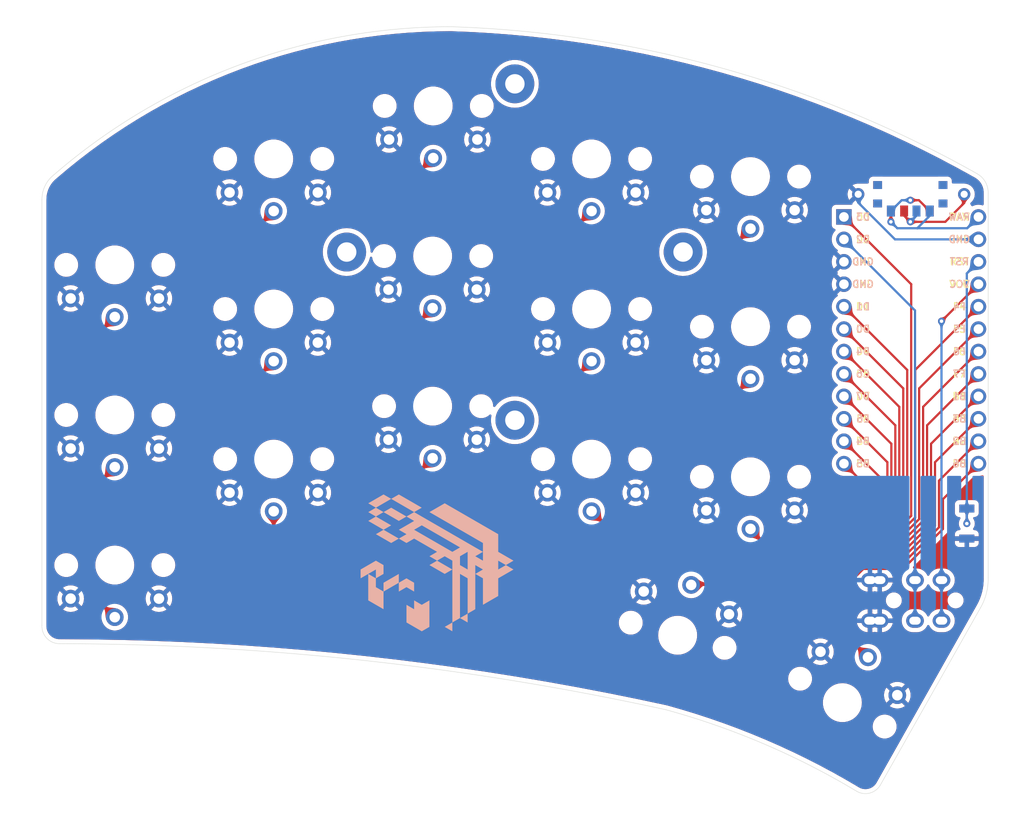
<source format=kicad_pcb>
(kicad_pcb (version 20211014) (generator pcbnew)
  (title_block (title "Clean Sweep") (date "2022-03-21") (rev "1.0") (company "lilylabs"))
  (layers (0 "F.Cu" signal) (31 "B.Cu" signal) (36 "B.SilkS" user "B.Silkscreen") (37 "F.SilkS" user "F.Silkscreen") (38 "B.Mask" user) (39 "F.Mask" user) (44 "Edge.Cuts" user))
  (net 0 "")
  (net 1 "bat+")
  (net 2 "gnd")
  (net 3 "sw18")
  (net 4 "vcc")
  (net 5 "unconnected-(PWRSW1-Pad1)")
  (net 6 "raw")
  (net 7 "rst")
  (net 8 "sw1")
  (net 9 "sw2")
  (net 10 "sw3")
  (net 11 "sw4")
  (net 12 "sw5")
  (net 13 "sw6")
  (net 14 "sw7")
  (net 15 "sw8")
  (net 16 "sw9")
  (net 17 "sw10")
  (net 18 "sw11")
  (net 19 "sw12")
  (net 20 "sw13")
  (net 21 "sw14")
  (net 22 "sw15")
  (net 23 "sw16")
  (net 24 "sw17")
  (footprint "clean-sweep:Kailh-PG1350-1u-reversible" (layer "F.Cu") (at 47 51)
    (fp_text reference "SW7" hide)
    (fp_text value "SW_Push" hide)
  )
  (footprint "clean-sweep:Kailh-PG1350-1u-reversible" (layer "F.Cu") (at 29 46)
    (fp_text reference "SW1" hide)
    (fp_text value "SW_Push" hide)
  )
  (footprint "clean-sweep:Kailh-PG1350-1u-reversible" (layer "F.Cu") (at 65.0675 28)
    (fp_text reference "SW3" hide)
    (fp_text value "SW_Push" hide)
  )
  (footprint "clean-sweep:TentingPuck" (layer "F.Cu") (at 74.314897 44.545229)
    (fp_text reference "TP1" hide)
    (fp_text value "Tenting Puck" hide)
  )
  (footprint "clean-sweep:Kailh-PG1350-1u-reversible" (layer "F.Cu") (at 83 51)
    (fp_text reference "SW9" hide)
    (fp_text value "SW_Push" hide)
  )
  (footprint "clean-sweep:Kailh-PG1350-1u-reversible" (layer "F.Cu") (at 92.750745 87.947188 165)
    (fp_text reference "SW16" hide)
    (fp_text value "SW_Push" hide)
  )
  (footprint "clean-sweep:Kailh-PG1350-1u-reversible" (layer "F.Cu") (at 47 68)
    (fp_text reference "SW12" hide)
    (fp_text value "SW_Push" hide)
  )
  (footprint "clean-sweep:Kailh-PG1350-1u-reversible" (layer "F.Cu") (at 83 34)
    (fp_text reference "SW4" hide)
    (fp_text value "SW_Push" hide)
  )
  (footprint "clean-sweep:ProMicro" (layer "F.Cu") (at 119.2 52)
    (fp_text reference "U1" hide)
    (fp_text value "ProMicro" hide)
  )
  (footprint "clean-sweep:Kailh-PG1350-1u-reversible" (layer "F.Cu") (at 29 80)
    (fp_text reference "SW11" hide)
    (fp_text value "SW_Push" hide)
  )
  (footprint "clean-sweep:Kailh-PG1350-1u-reversible" (layer "F.Cu") (at 111.405871 95.580387 150.5)
    (fp_text reference "SW17" hide)
    (fp_text value "SW_Push" hide)
  )
  (footprint "clean-sweep:Kailh-PG1350-1u-reversible" (layer "F.Cu") (at 29 63)
    (fp_text reference "SW6" hide)
    (fp_text value "SW_Push" hide)
  )
  (footprint "clean-sweep:SW_SPST_B3U-1000P-reversible" (layer "F.Cu") (at 125.5 75.3 90)
    (fp_text reference "RSW1" hide)
    (fp_text value "SW_Push" hide)
  )
  (footprint "clean-sweep:Kailh-PG1350-1u-reversible" (layer "F.Cu") (at 65 62)
    (fp_text reference "SW13" hide)
    (fp_text value "SW_Push" hide)
  )
  (footprint "clean-sweep:Kailh-PG1350-1u-reversible" (layer "F.Cu") (at 83 68)
    (fp_text reference "SW14" hide)
    (fp_text value "SW_Push" hide)
  )
  (footprint "clean-sweep:Kailh-PG1350-1u-reversible" (layer "F.Cu") (at 65 45)
    (fp_text reference "SW8" hide)
    (fp_text value "SW_Push" hide)
  )
  (footprint "clean-sweep:Kailh-PG1350-1u-reversible" (layer "F.Cu") (at 101 36)
    (fp_text reference "SW5" hide)
    (fp_text value "SW_Push" hide)
  )
  (footprint "clean-sweep:Kailh-PG1350-1u-reversible" (layer "F.Cu") (at 101 53)
    (fp_text reference "SW10" hide)
    (fp_text value "SW_Push" hide)
  )
  (footprint "clean-sweep:Kailh-PG1350-1u-reversible" (layer "F.Cu") (at 47 34)
    (fp_text reference "SW2" hide)
    (fp_text value "SW_Push" hide)
  )
  (footprint "clean-sweep:TRRS-PJ-320A-reversible" (layer "F.Cu") (at 125.8325 84 -90)
    (fp_text reference "J1" hide)
    (fp_text value "TRRS" hide)
  )
  (footprint "clean-sweep:Kailh-PG1350-1u-reversible" (layer "F.Cu") (at 101 70)
    (fp_text reference "SW15" hide)
    (fp_text value "SW_Push" hide)
  )
  (footprint "clean-sweep:Bee-flipped" (layer "F.Cu") (at 65.5 80.5)
    (fp_text reference "Bee" hide)
    (fp_text value "G*****" hide)
  )
  (footprint "clean-sweep:SW_SPDT_MSK-12C02-reversible" (layer "B.Cu") (at 119.1 38 180)
    (fp_text reference "PWRSW1" hide)
    (fp_text value "SW_SPDT" hide)
  )
  (footprint "clean-sweep:VIA-1.4mm" (layer "B.Cu") (at 119.181839 50.610244 180)
    (fp_text reference "BATGND1" hide)
    (fp_text value "MountingHole_Pad" hide)
  )
  (footprint "clean-sweep:VIA-1.4mm" (layer "B.Cu") (at 119.181839 50.610244 180)
    (fp_text reference "BAT+1" hide)
    (fp_text value "MountingHole_Pad" hide)
  )
  (gr_arc (start 91.414546 96.382519) (mid 102.534917 100.25948) (end 113.022946 105.616226) (layer "Edge.Cuts") (width 0.05))
  (gr_arc (start 127.917412 81.376746) (mid 127.726539 83.152886) (end 127.064092 84.811883) (layer "Edge.Cuts") (width 0.05))
  (gr_arc (start 22.773412 88.901692) (mid 21.306273 88.292852) (end 20.749412 86.805206) (layer "Edge.Cuts") (width 0.05))
  (gr_arc (start 67.095801 19.026712) (mid 97.901446 23.752482) (end 126.691021 35.689022) (layer "Edge.Cuts") (width 0.05))
  (gr_line (start 127.917412 81.376746) (end 127.917412 37.898912) (layer "Edge.Cuts") (width 0.05))
  (gr_arc (start 22.773412 88.901692) (mid 57.293854 90.808128) (end 91.414546 96.382519) (layer "Edge.Cuts") (width 0.05))
  (gr_arc (start 20.749412 38.610478) (mid 21.107531 37.037534) (end 22.122412 35.783573) (layer "Edge.Cuts") (width 0.05))
  (gr_arc (start 22.122412 35.783573) (mid 43.098936 23.352028) (end 67.095801 19.026712) (layer "Edge.Cuts") (width 0.05))
  (gr_arc (start 126.691021 35.689022) (mid 127.611188 36.623611) (end 127.917412 37.898912) (layer "Edge.Cuts") (width 0.05))
  (gr_arc (start 115.675412 104.969838) (mid 114.479723 105.82872) (end 113.022946 105.616226) (layer "Edge.Cuts") (width 0.05))
  (gr_line (start 20.749412 86.805206) (end 20.749412 38.610478) (layer "Edge.Cuts") (width 0.05))
  (gr_line (start 115.675412 104.969838) (end 127.064092 84.811883) (layer "Edge.Cuts") (width 0.05))
  (segment (start 123.063326 41.124502) (end 125.2 38.987828) (width 0.25) (layer "F.Cu") (net 1))
  (segment (start 119.1 41.124502) (end 123.063326 41.124502) (width 0.25) (layer "F.Cu") (net 1))
  (segment (start 118.4 40.424502) (end 118.4 39.9) (width 0.25) (layer "F.Cu") (net 1))
  (segment (start 125.2 38.987828) (end 125.2 38) (width 0.25) (layer "F.Cu") (net 1))
  (segment (start 119.1 41.124502) (end 118.4 40.424502) (width 0.25) (layer "F.Cu") (net 1))
  (via (at 119.1 41.124502) (size 0.8) (drill 0.4) (layers "F.Cu" "B.Cu") (net 1))
  (segment (start 119.8 39.9) (end 119.8 40.424502) (width 0.25) (layer "B.Cu") (net 1))
  (segment (start 119.8 40.424502) (end 119.1 41.124502) (width 0.25) (layer "B.Cu") (net 1))
  (segment (start 113.2 38.943253) (end 113.2 38) (width 0.25) (layer "B.Cu") (net 2))
  (segment (start 126.82 43.11) (end 117.366747 43.11) (width 0.25) (layer "B.Cu") (net 2))
  (segment (start 117.366747 43.11) (end 113.2 38.943253) (width 0.25) (layer "B.Cu") (net 2))
  (segment (start 119.6325 81.7) (end 119.6325 86.3) (width 0.25) (layer "B.Cu") (net 3))
  (segment (start 119.6325 51.1625) (end 111.58 43.11) (width 0.25) (layer "B.Cu") (net 3))
  (segment (start 119.6325 81.7) (end 119.6325 51.1625) (width 0.25) (layer "B.Cu") (net 3))
  (segment (start 122.6325 52.3775) (end 126.82 48.19) (width 0.25) (layer "F.Cu") (net 4))
  (via (at 122.6325 52.3775) (size 0.8) (drill 0.4) (layers "F.Cu" "B.Cu") (net 4))
  (segment (start 122.6325 81.7) (end 122.6325 52.3775) (width 0.25) (layer "B.Cu") (net 4))
  (segment (start 122.6325 86.3) (end 122.6325 81.7) (width 0.25) (layer "B.Cu") (net 4))
  (segment (start 121.3 39.9) (end 120.075498 38.675498) (width 0.25) (layer "F.Cu") (net 5))
  (segment (start 120.075498 38.675498) (end 119.1 38.675498) (width 0.25) (layer "F.Cu") (net 5))
  (via (at 119.1 38.675498) (size 0.8) (drill 0.4) (layers "F.Cu" "B.Cu") (net 5))
  (segment (start 119.1 38.675498) (end 118.124502 38.675498) (width 0.25) (layer "B.Cu") (net 5))
  (segment (start 118.124502 38.675498) (end 116.9 39.9) (width 0.25) (layer "B.Cu") (net 5))
  (segment (start 116.9 39.9) (end 116.9 41.124502) (width 0.25) (layer "F.Cu") (net 6))
  (via (at 116.9 41.124502) (size 0.8) (drill 0.4) (layers "F.Cu" "B.Cu") (net 6))
  (segment (start 121.3 40.440384) (end 119.891371 41.849013) (width 0.25) (layer "B.Cu") (net 6))
  (segment (start 117.624511 41.849013) (end 116.9 41.124502) (width 0.25) (layer "B.Cu") (net 6))
  (segment (start 126.82 40.57) (end 125.540987 41.849013) (width 0.25) (layer "B.Cu") (net 6))
  (segment (start 119.891371 41.849013) (end 117.624511 41.849013) (width 0.25) (layer "B.Cu") (net 6))
  (segment (start 121.3 39.9) (end 121.3 40.440384) (width 0.25) (layer "B.Cu") (net 6))
  (segment (start 125.540987 41.849013) (end 119.891371 41.849013) (width 0.25) (layer "B.Cu") (net 6))
  (segment (start 125.5 73.6) (end 125.5 75.3) (width 0.25) (layer "F.Cu") (net 7))
  (via (at 125.5 75.3) (size 0.8) (drill 0.4) (layers "F.Cu" "B.Cu") (net 7))
  (segment (start 125.5 46.97) (end 125.5 73.6) (width 0.25) (layer "B.Cu") (net 7))
  (segment (start 125.5 73.6) (end 125.5 75.3) (width 0.25) (layer "B.Cu") (net 7))
  (segment (start 126.82 45.65) (end 125.5 46.97) (width 0.25) (layer "B.Cu") (net 7))
  (segment (start 47.186728 80.062316) (end 43.226869 76.102457) (width 0.25) (layer "F.Cu") (net 8))
  (segment (start 113.217696 79.088259) (end 109.336272 82.969683) (width 0.25) (layer "F.Cu") (net 8))
  (segment (start 109.336272 82.969683) (end 98.031752 82.969683) (width 0.25) (layer "F.Cu") (net 8))
  (segment (start 121.4476 75.353403) (end 117.712744 79.088259) (width 0.25) (layer "F.Cu") (net 8))
  (segment (start 98.031752 82.969683) (end 95.124385 80.062316) (width 0.25) (layer "F.Cu") (net 8))
  (segment (start 43.226869 76.102457) (end 27.299666 76.102457) (width 0.25) (layer "F.Cu") (net 8))
  (segment (start 27.299666 76.102457) (end 25.784911 74.587701) (width 0.25) (layer "F.Cu") (net 8))
  (segment (start 25.784911 74.587701) (end 25.784911 55.115089) (width 0.25) (layer "F.Cu") (net 8))
  (segment (start 117.712744 79.088259) (end 113.217696 79.088259) (width 0.25) (layer "F.Cu") (net 8))
  (segment (start 95.124385 80.062316) (end 47.186728 80.062316) (width 0.25) (layer "F.Cu") (net 8))
  (segment (start 121.4476 66.2624) (end 121.4476 75.353403) (width 0.25) (layer "F.Cu") (net 8))
  (segment (start 25.784911 55.115089) (end 29 51.9) (width 0.25) (layer "F.Cu") (net 8))
  (segment (start 126.82 60.89) (end 121.4476 66.2624) (width 0.25) (layer "F.Cu") (net 8))
  (segment (start 117.340348 78.189219) (end 112.8453 78.189219) (width 0.25) (layer "F.Cu") (net 9))
  (segment (start 47.559125 79.163276) (end 43.784479 75.38863) (width 0.25) (layer "F.Cu") (net 9))
  (segment (start 112.8453 78.189219) (end 108.963875 82.070643) (width 0.25) (layer "F.Cu") (net 9))
  (segment (start 120.54856 62.08144) (end 120.54856 74.981007) (width 0.25) (layer "F.Cu") (net 9))
  (segment (start 120.54856 74.981007) (end 117.340348 78.189219) (width 0.25) (layer "F.Cu") (net 9))
  (segment (start 126.82 55.81) (end 120.54856 62.08144) (width 0.25) (layer "F.Cu") (net 9))
  (segment (start 108.963875 82.070643) (end 98.404148 82.070643) (width 0.25) (layer "F.Cu") (net 9))
  (segment (start 43.784479 43.115521) (end 47 39.9) (width 0.25) (layer "F.Cu") (net 9))
  (segment (start 43.784479 75.38863) (end 43.784479 43.115521) (width 0.25) (layer "F.Cu") (net 9))
  (segment (start 98.404148 82.070643) (end 95.496781 79.163276) (width 0.25) (layer "F.Cu") (net 9))
  (segment (start 95.496781 79.163276) (end 47.559125 79.163276) (width 0.25) (layer "F.Cu") (net 9))
  (segment (start 61.793355 37.106645) (end 65 33.9) (width 0.25) (layer "F.Cu") (net 10))
  (segment (start 112.286706 76.840659) (end 108.405281 80.722083) (width 0.25) (layer "F.Cu") (net 10))
  (segment (start 98.962742 80.722083) (end 96.055375 77.814716) (width 0.25) (layer "F.Cu") (net 10))
  (segment (start 61.793355 76.376187) (end 61.793355 37.106645) (width 0.25) (layer "F.Cu") (net 10))
  (segment (start 111.58 40.57) (end 119.2 48.19) (width 0.25) (layer "F.Cu") (net 10))
  (segment (start 119.2 74.422413) (end 116.781754 76.840659) (width 0.25) (layer "F.Cu") (net 10))
  (segment (start 63.231884 77.814716) (end 61.793355 76.376187) (width 0.25) (layer "F.Cu") (net 10))
  (segment (start 96.055375 77.814716) (end 63.231884 77.814716) (width 0.25) (layer "F.Cu") (net 10))
  (segment (start 119.2 48.19) (end 119.2 74.422413) (width 0.25) (layer "F.Cu") (net 10))
  (segment (start 108.405281 80.722083) (end 98.962742 80.722083) (width 0.25) (layer "F.Cu") (net 10))
  (segment (start 116.781754 76.840659) (end 112.286706 76.840659) (width 0.25) (layer "F.Cu") (net 10))
  (segment (start 107.846687 79.373523) (end 99.521336 79.373523) (width 0.25) (layer "F.Cu") (net 11))
  (segment (start 111.728112 75.492099) (end 107.846687 79.373523) (width 0.25) (layer "F.Cu") (net 11))
  (segment (start 111.58 55.81) (end 117.85144 62.08144) (width 0.25) (layer "F.Cu") (net 11))
  (segment (start 117.85144 73.863819) (end 116.22316 75.492099) (width 0.25) (layer "F.Cu") (net 11))
  (segment (start 116.22316 75.492099) (end 111.728112 75.492099) (width 0.25) (layer "F.Cu") (net 11))
  (segment (start 117.85144 62.08144) (end 117.85144 73.863819) (width 0.25) (layer "F.Cu") (net 11))
  (segment (start 79.764488 43.135512) (end 83 39.9) (width 0.25) (layer "F.Cu") (net 11))
  (segment (start 99.521336 79.373523) (end 96.613969 76.466156) (width 0.25) (layer "F.Cu") (net 11))
  (segment (start 79.764488 74.320953) (end 79.764488 43.135512) (width 0.25) (layer "F.Cu") (net 11))
  (segment (start 96.613969 76.466156) (end 81.909691 76.466156) (width 0.25) (layer "F.Cu") (net 11))
  (segment (start 81.909691 76.466156) (end 79.764488 74.320953) (width 0.25) (layer "F.Cu") (net 11))
  (segment (start 97.783184 75.728217) (end 97.783184 45.116816) (width 0.25) (layer "F.Cu") (net 12))
  (segment (start 97.783184 45.116816) (end 101 41.9) (width 0.25) (layer "F.Cu") (net 12))
  (segment (start 116.50288 68.35288) (end 116.50288 73.305225) (width 0.25) (layer "F.Cu") (net 12))
  (segment (start 115.664566 74.143539) (end 111.169518 74.143539) (width 0.25) (layer "F.Cu") (net 12))
  (segment (start 107.288093 78.024963) (end 100.07993 78.024963) (width 0.25) (layer "F.Cu") (net 12))
  (segment (start 111.169518 74.143539) (end 107.288093 78.024963) (width 0.25) (layer "F.Cu") (net 12))
  (segment (start 111.58 63.43) (end 116.50288 68.35288) (width 0.25) (layer "F.Cu") (net 12))
  (segment (start 116.50288 73.305225) (end 115.664566 74.143539) (width 0.25) (layer "F.Cu") (net 12))
  (segment (start 100.07993 78.024963) (end 97.783184 75.728217) (width 0.25) (layer "F.Cu") (net 12))
  (segment (start 126.82 58.35) (end 120.99808 64.17192) (width 0.25) (layer "F.Cu") (net 13))
  (segment (start 26.234431 71.665569) (end 29 68.9) (width 0.25) (layer "F.Cu") (net 13))
  (segment (start 120.99808 64.17192) (end 120.99808 75.167205) (width 0.25) (layer "F.Cu") (net 13))
  (segment (start 95.310583 79.612796) (end 47.372925 79.612796) (width 0.25) (layer "F.Cu") (net 13))
  (segment (start 120.99808 75.167205) (end 117.526546 78.638739) (width 0.25) (layer "F.Cu") (net 13))
  (segment (start 43.413066 75.652937) (end 27.485864 75.652937) (width 0.25) (layer "F.Cu") (net 13))
  (segment (start 27.485864 75.652937) (end 26.234431 74.401504) (width 0.25) (layer "F.Cu") (net 13))
  (segment (start 26.234431 74.401504) (end 26.234431 71.665569) (width 0.25) (layer "F.Cu") (net 13))
  (segment (start 47.372925 79.612796) (end 43.413066 75.652937) (width 0.25) (layer "F.Cu") (net 13))
  (segment (start 109.150072 82.520163) (end 98.21795 82.520163) (width 0.25) (layer "F.Cu") (net 13))
  (segment (start 98.21795 82.520163) (end 95.310583 79.612796) (width 0.25) (layer "F.Cu") (net 13))
  (segment (start 113.031498 78.638739) (end 109.150072 82.520163) (width 0.25) (layer "F.Cu") (net 13))
  (segment (start 117.526546 78.638739) (end 113.031498 78.638739) (width 0.25) (layer "F.Cu") (net 13))
  (segment (start 120.09904 74.794809) (end 117.15415 77.739699) (width 0.25) (layer "F.Cu") (net 14))
  (segment (start 44.233999 59.666001) (end 47 56.9) (width 0.25) (layer "F.Cu") (net 14))
  (segment (start 98.590346 81.621123) (end 95.682979 78.713756) (width 0.25) (layer "F.Cu") (net 14))
  (segment (start 95.682979 78.713756) (end 47.745323 78.713756) (width 0.25) (layer "F.Cu") (net 14))
  (segment (start 44.233999 75.202432) (end 44.233999 59.666001) (width 0.25) (layer "F.Cu") (net 14))
  (segment (start 112.659102 77.739699) (end 108.777678 81.621123) (width 0.25) (layer "F.Cu") (net 14))
  (segment (start 126.82 53.27) (end 120.09904 59.99096) (width 0.25) (layer "F.Cu") (net 14))
  (segment (start 108.777678 81.621123) (end 98.590346 81.621123) (width 0.25) (layer "F.Cu") (net 14))
  (segment (start 47.745323 78.713756) (end 44.233999 75.202432) (width 0.25) (layer "F.Cu") (net 14))
  (segment (start 120.09904 59.99096) (end 120.09904 74.794809) (width 0.25) (layer "F.Cu") (net 14))
  (segment (start 117.15415 77.739699) (end 112.659102 77.739699) (width 0.25) (layer "F.Cu") (net 14))
  (segment (start 118.75048 74.236215) (end 116.595556 76.391139) (width 0.25) (layer "F.Cu") (net 15))
  (segment (start 111.58 50.73) (end 118.75048 57.90048) (width 0.25) (layer "F.Cu") (net 15))
  (segment (start 112.100508 76.391139) (end 108.219084 80.272563) (width 0.25) (layer "F.Cu") (net 15))
  (segment (start 116.595556 76.391139) (end 112.100508 76.391139) (width 0.25) (layer "F.Cu") (net 15))
  (segment (start 118.75048 57.90048) (end 118.75048 74.236215) (width 0.25) (layer "F.Cu") (net 15))
  (segment (start 99.14894 80.272563) (end 96.241573 77.365196) (width 0.25) (layer "F.Cu") (net 15))
  (segment (start 62.242875 53.657125) (end 65 50.9) (width 0.25) (layer "F.Cu") (net 15))
  (segment (start 63.418082 77.365196) (end 62.242875 76.18999) (width 0.25) (layer "F.Cu") (net 15))
  (segment (start 108.219084 80.272563) (end 99.14894 80.272563) (width 0.25) (layer "F.Cu") (net 15))
  (segment (start 96.241573 77.365196) (end 63.418082 77.365196) (width 0.25) (layer "F.Cu") (net 15))
  (segment (start 62.242875 76.18999) (end 62.242875 53.657125) (width 0.25) (layer "F.Cu") (net 15))
  (segment (start 82.095889 76.016636) (end 80.214008 74.134755) (width 0.25) (layer "F.Cu") (net 16))
  (segment (start 99.707534 78.924003) (end 96.800167 76.016636) (width 0.25) (layer "F.Cu") (net 16))
  (segment (start 116.036962 75.042579) (end 111.541914 75.042579) (width 0.25) (layer "F.Cu") (net 16))
  (segment (start 117.40192 64.17192) (end 117.40192 73.677621) (width 0.25) (layer "F.Cu") (net 16))
  (segment (start 117.40192 73.677621) (end 116.036962 75.042579) (width 0.25) (layer "F.Cu") (net 16))
  (segment (start 80.214008 59.685992) (end 83 56.9) (width 0.25) (layer "F.Cu") (net 16))
  (segment (start 107.66049 78.924003) (end 99.707534 78.924003) (width 0.25) (layer "F.Cu") (net 16))
  (segment (start 96.800167 76.016636) (end 82.095889 76.016636) (width 0.25) (layer "F.Cu") (net 16))
  (segment (start 111.58 58.35) (end 117.40192 64.17192) (width 0.25) (layer "F.Cu") (net 16))
  (segment (start 80.214008 74.134755) (end 80.214008 59.685992) (width 0.25) (layer "F.Cu") (net 16))
  (segment (start 111.541914 75.042579) (end 107.66049 78.924003) (width 0.25) (layer "F.Cu") (net 16))
  (segment (start 116.05336 70.44336) (end 116.05336 73.119027) (width 0.25) (layer "F.Cu") (net 17))
  (segment (start 98.232704 61.667296) (end 101 58.9) (width 0.25) (layer "F.Cu") (net 17))
  (segment (start 107.101896 77.575443) (end 100.266128 77.575443) (width 0.25) (layer "F.Cu") (net 17))
  (segment (start 115.478368 73.694019) (end 110.98332 73.694019) (width 0.25) (layer "F.Cu") (net 17))
  (segment (start 111.58 65.97) (end 116.05336 70.44336) (width 0.25) (layer "F.Cu") (net 17))
  (segment (start 100.266128 77.575443) (end 98.232704 75.542019) (width 0.25) (layer "F.Cu") (net 17))
  (segment (start 98.232704 75.542019) (end 98.232704 61.667296) (width 0.25) (layer "F.Cu") (net 17))
  (segment (start 110.98332 73.694019) (end 107.101896 77.575443) (width 0.25) (layer "F.Cu") (net 17))
  (segment (start 116.05336 73.119027) (end 115.478368 73.694019) (width 0.25) (layer "F.Cu") (net 17))
  (segment (start 27.298615 76.551977) (end 25.785964 78.064628) (width 0.25) (layer "F.Cu") (net 18))
  (segment (start 117.898942 79.537779) (end 113.403894 79.537779) (width 0.25) (layer "F.Cu") (net 18))
  (segment (start 121.897119 68.352881) (end 121.897119 75.539602) (width 0.25) (layer "F.Cu") (net 18))
  (segment (start 25.785964 78.064628) (end 25.785964 82.685964) (width 0.25) (layer "F.Cu") (net 18))
  (segment (start 25.785964 82.685964) (end 29 85.9) (width 0.25) (layer "F.Cu") (net 18))
  (segment (start 94.938187 80.511836) (end 47.000531 80.511836) (width 0.25) (layer "F.Cu") (net 18))
  (segment (start 126.82 63.43) (end 121.897119 68.352881) (width 0.25) (layer "F.Cu") (net 18))
  (segment (start 43.040672 76.551977) (end 27.298615 76.551977) (width 0.25) (layer "F.Cu") (net 18))
  (segment (start 121.897119 75.539602) (end 117.898942 79.537779) (width 0.25) (layer "F.Cu") (net 18))
  (segment (start 97.845554 83.419203) (end 94.938187 80.511836) (width 0.25) (layer "F.Cu") (net 18))
  (segment (start 47.000531 80.511836) (end 43.040672 76.551977) (width 0.25) (layer "F.Cu") (net 18))
  (segment (start 109.522469 83.419203) (end 97.845554 83.419203) (width 0.25) (layer "F.Cu") (net 18))
  (segment (start 113.403894 79.537779) (end 109.522469 83.419203) (width 0.25) (layer "F.Cu") (net 18))
  (segment (start 126.82 50.73) (end 119.64952 57.90048) (width 0.25) (layer "F.Cu") (net 19))
  (segment (start 112.472904 77.290179) (end 108.591478 81.171603) (width 0.25) (layer "F.Cu") (net 19))
  (segment (start 116.967952 77.290179) (end 112.472904 77.290179) (width 0.25) (layer "F.Cu") (net 19))
  (segment (start 108.591478 81.171603) (end 98.776544 81.171603) (width 0.25) (layer "F.Cu") (net 19))
  (segment (start 47.931521 78.264236) (end 47 77.332715) (width 0.25) (layer "F.Cu") (net 19))
  (segment (start 47 77.332715) (end 47 73.9) (width 0.25) (layer "F.Cu") (net 19))
  (segment (start 98.776544 81.171603) (end 95.869177 78.264236) (width 0.25) (layer "F.Cu") (net 19))
  (segment (start 119.64952 57.90048) (end 119.64952 74.608611) (width 0.25) (layer "F.Cu") (net 19))
  (segment (start 119.64952 74.608611) (end 116.967952 77.290179) (width 0.25) (layer "F.Cu") (net 19))
  (segment (start 95.869177 78.264236) (end 47.931521 78.264236) (width 0.25) (layer "F.Cu") (net 19))
  (segment (start 118.30096 74.050017) (end 116.409358 75.941619) (width 0.25) (layer "F.Cu") (net 20))
  (segment (start 99.335138 79.823043) (end 96.427771 76.915676) (width 0.25) (layer "F.Cu") (net 20))
  (segment (start 116.409358 75.941619) (end 111.91431 75.941619) (width 0.25) (layer "F.Cu") (net 20))
  (segment (start 111.58 53.27) (end 118.30096 59.99096) (width 0.25) (layer "F.Cu") (net 20))
  (segment (start 96.427771 76.915676) (end 63.604279 76.915676) (width 0.25) (layer "F.Cu") (net 20))
  (segment (start 118.30096 59.99096) (end 118.30096 74.050017) (width 0.25) (layer "F.Cu") (net 20))
  (segment (start 108.032884 79.823043) (end 99.335138 79.823043) (width 0.25) (layer "F.Cu") (net 20))
  (segment (start 62.692395 76.003792) (end 62.692395 70.207605) (width 0.25) (layer "F.Cu") (net 20))
  (segment (start 62.692395 70.207605) (end 65 67.9) (width 0.25) (layer "F.Cu") (net 20))
  (segment (start 63.604279 76.915676) (end 62.692395 76.003792) (width 0.25) (layer "F.Cu") (net 20))
  (segment (start 111.91431 75.941619) (end 108.032884 79.823043) (width 0.25) (layer "F.Cu") (net 20))
  (segment (start 115.850764 74.593059) (end 111.355716 74.593059) (width 0.25) (layer "F.Cu") (net 21))
  (segment (start 96.986365 75.567116) (end 84.667116 75.567116) (width 0.25) (layer "F.Cu") (net 21))
  (segment (start 84.667116 75.567116) (end 83 73.9) (width 0.25) (layer "F.Cu") (net 21))
  (segment (start 99.893732 78.474483) (end 96.986365 75.567116) (width 0.25) (layer "F.Cu") (net 21))
  (segment (start 111.58 60.89) (end 116.9524 66.2624) (width 0.25) (layer "F.Cu") (net 21))
  (segment (start 116.9524 66.2624) (end 116.9524 73.491423) (width 0.25) (layer "F.Cu") (net 21))
  (segment (start 116.9524 73.491423) (end 115.850764 74.593059) (width 0.25) (layer "F.Cu") (net 21))
  (segment (start 111.355716 74.593059) (end 107.47429 78.474483) (width 0.25) (layer "F.Cu") (net 21))
  (segment (start 107.47429 78.474483) (end 99.893732 78.474483) (width 0.25) (layer "F.Cu") (net 21))
  (segment (start 110.797122 73.244499) (end 115.29217 73.244499) (width 0.25) (layer "F.Cu") (net 22))
  (segment (start 102.225923 77.125923) (end 106.915698 77.125923) (width 0.25) (layer "F.Cu") (net 22))
  (segment (start 115.60384 72.932829) (end 115.60384 72.53384) (width 0.25) (layer "F.Cu") (net 22))
  (segment (start 106.915698 77.125923) (end 110.797122 73.244499) (width 0.25) (layer "F.Cu") (net 22))
  (segment (start 115.60384 72.53384) (end 111.58 68.51) (width 0.25) (layer "F.Cu") (net 22))
  (segment (start 115.29217 73.244499) (end 115.60384 72.932829) (width 0.25) (layer "F.Cu") (net 22))
  (segment (start 101 75.9) (end 102.225923 77.125923) (width 0.25) (layer "F.Cu") (net 22))
  (segment (start 122.346639 70.443361) (end 122.346639 75.7258) (width 0.25) (layer "F.Cu") (net 23))
  (segment (start 97.659356 83.868723) (end 96.038859 82.248226) (width 0.25) (layer "F.Cu") (net 23))
  (segment (start 126.82 65.97) (end 122.346639 70.443361) (width 0.25) (layer "F.Cu") (net 23))
  (segment (start 122.346639 75.7258) (end 118.08514 79.987299) (width 0.25) (layer "F.Cu") (net 23))
  (segment (start 96.038859 82.248226) (end 94.277777 82.248226) (width 0.25) (layer "F.Cu") (net 23))
  (segment (start 109.708666 83.868723) (end 97.659356 83.868723) (width 0.25) (layer "F.Cu") (net 23))
  (segment (start 113.590092 79.987299) (end 109.708666 83.868723) (width 0.25) (layer "F.Cu") (net 23))
  (segment (start 118.08514 79.987299) (end 113.590092 79.987299) (width 0.25) (layer "F.Cu") (net 23))
  (segment (start 109.97314 86.107258) (end 114.31117 90.445288) (width 0.25) (layer "F.Cu") (net 24))
  (segment (start 118.271338 80.436819) (end 113.77629 80.436819) (width 0.25) (layer "F.Cu") (net 24))
  (segment (start 109.97314 84.239969) (end 109.97314 86.107258) (width 0.25) (layer "F.Cu") (net 24))
  (segment (start 126.82 68.51) (end 122.796159 72.533841) (width 0.25) (layer "F.Cu") (net 24))
  (segment (start 122.796159 72.533841) (end 122.796159 75.911998) (width 0.25) (layer "F.Cu") (net 24))
  (segment (start 122.796159 75.911998) (end 118.271338 80.436819) (width 0.25) (layer "F.Cu") (net 24))
  (segment (start 113.77629 80.436819) (end 109.97314 84.239969) (width 0.25) (layer "F.Cu") (net 24))
  (zone (net 10) (net_name "sw3") (layer "F.Cu") (priority 16962) (connect_pads yes (clearance 0)) (min_thickness 0.0254) (fill yes (thermal_gap 0.508) (thermal_bridge_width 0.508))
    (polygon (pts (xy 63.70246 35.374317) (xy 63.877162 35.217379) (xy 64.037897 35.107077) (xy 64.18908 35.034707) (xy 64.335124 34.991564) (xy 64.480442 34.968946) (xy 64.629448 34.958148) (xy 64.786555 34.950466) (xy 64.956176 34.937198) (xy 65.142726 34.909639) (xy 65.350617 34.859085) (xy 65.437384 33.56357) (xy 64.139468 33.527502) (xy 64.067943 33.734971) (xy 64.023315 33.921595) (xy 63.996344 34.091818) (xy 63.977788 34.250085) (xy 63.958406 34.400841) (xy 63.928958 34.548531) (xy 63.880203 34.697601) (xy 63.802899 34.852495) (xy 63.687806 35.01766) (xy 63.525683 35.19754)))
  )
  (zone (net 5) (net_name "unconnected-(PWRSW1-Pad1)") (layer "F.Cu") (priority 16962) (connect_pads yes (clearance 0)) (min_thickness 0.0254) (fill yes (thermal_gap 0.508) (thermal_bridge_width 0.508))
    (polygon (pts (xy 120.582288 39.359065) (xy 120.651907 39.434407) (xy 120.704148 39.503033) (xy 120.742165 39.566922) (xy 120.769111 39.628051) (xy 120.78814 39.6884) (xy 120.802407 39.749946) (xy 120.815064 39.814669) (xy 120.829267 39.884546) (xy 120.848168 39.961556) (xy 120.874923 40.047678) (xy 121.459099 40.059099) (xy 121.447678 39.474923) (xy 121.361556 39.448168) (xy 121.284546 39.429267) (xy 121.214669 39.415064) (xy 121.149946 39.402407) (xy 121.0884 39.38814) (xy 121.028051 39.369111) (xy 120.966922 39.342165) (xy 120.903033 39.304148) (xy 120.834407 39.251907) (xy 120.759065 39.182288)))
  )
  (zone (net 19) (net_name "sw12") (layer "F.Cu") (priority 16962) (connect_pads yes (clearance 0)) (min_thickness 0.0254) (fill yes (thermal_gap 0.508) (thermal_bridge_width 0.508))
    (polygon (pts (xy 125.673569 52.053208) (xy 125.826976 51.914926) (xy 125.967918 51.816814) (xy 126.100233 51.751201) (xy 126.227764 51.71042) (xy 126.354352 51.686803) (xy 126.483837 51.67268) (xy 126.620062 51.660383) (xy 126.766866 51.642244) (xy 126.928092 51.610595) (xy 127.10758 51.557767) (xy 127.129818 50.420182) (xy 125.992233 50.44242) (xy 125.939404 50.621907) (xy 125.907755 50.783133) (xy 125.889616 50.929937) (xy 125.877319 51.066162) (xy 125.863196 51.195647) (xy 125.839579 51.322235) (xy 125.798798 51.449766) (xy 125.733185 51.582081) (xy 125.635073 51.723023) (xy 125.496792 51.876431)))
  )
  (zone (net 13) (net_name "sw6") (layer "F.Cu") (priority 16962) (connect_pads yes (clearance 0)) (min_thickness 0.0254) (fill yes (thermal_gap 0.508) (thermal_bridge_width 0.508))
    (polygon (pts (xy 125.673569 59.673208) (xy 125.826976 59.534926) (xy 125.967918 59.436814) (xy 126.100233 59.371201) (xy 126.227764 59.33042) (xy 126.354352 59.306803) (xy 126.483837 59.29268) (xy 126.620062 59.280383) (xy 126.766866 59.262244) (xy 126.928092 59.230595) (xy 127.10758 59.177767) (xy 127.129818 58.040182) (xy 125.992233 58.06242) (xy 125.939404 58.241907) (xy 125.907755 58.403133) (xy 125.889616 58.549937) (xy 125.877319 58.686162) (xy 125.863196 58.815647) (xy 125.839579 58.942235) (xy 125.798798 59.069766) (xy 125.733185 59.202081) (xy 125.635073 59.343023) (xy 125.496792 59.496431)))
  )
  (zone (net 16) (net_name "sw9") (layer "F.Cu") (priority 16962) (connect_pads yes (clearance 0)) (min_thickness 0.0254) (fill yes (thermal_gap 0.508) (thermal_bridge_width 0.508))
    (polygon (pts (xy 81.681247 58.39553) (xy 81.856945 58.237719) (xy 82.018557 58.126692) (xy 82.170448 58.053464) (xy 82.316982 58.009053) (xy 82.462526 57.984473) (xy 82.611444 57.970741) (xy 82.768103 57.958874) (xy 82.936867 57.939886) (xy 83.122103 57.904795) (xy 83.328175 57.844616) (xy 83.353553 56.546447) (xy 82.055384 56.571825) (xy 81.995204 56.777896) (xy 81.960113 56.963132) (xy 81.941125 57.131896) (xy 81.929258 57.288555) (xy 81.915526 57.437473) (xy 81.890946 57.583017) (xy 81.846535 57.729551) (xy 81.773307 57.881442) (xy 81.66228 58.043054) (xy 81.50447 58.218753)))
  )
  (zone (net 22) (net_name "sw15") (layer "F.Cu") (priority 16962) (connect_pads yes (clearance 0)) (min_thickness 0.0254) (fill yes (thermal_gap 0.508) (thermal_bridge_width 0.508))
    (polygon (pts (xy 102.492206 77.000923) (xy 102.296933 76.978194) (xy 102.162769 76.913757) (xy 102.078507 76.813239) (xy 102.032941 76.682263) (xy 102.014866 76.526456) (xy 102.013074 76.351442) (xy 102.016359 76.162846) (xy 102.013515 75.966295) (xy 101.993336 75.767413) (xy 101.944616 75.571825) (xy 100.646447 75.546447) (xy 101 76.9) (xy 101.18605 76.909825) (xy 101.342292 76.936495) (xy 101.476834 76.975799) (xy 101.597785 77.023524) (xy 101.713254 77.075461) (xy 101.831352 77.127398) (xy 101.960186 77.175123) (xy 102.107867 77.214427) (xy 102.282504 77.241097) (xy 102.492206 77.250923)))
  )
  (zone (net 14) (net_name "sw7") (layer "F.Cu") (priority 16962) (connect_pads yes (clearance 0)) (min_thickness 0.0254) (fill yes (thermal_gap 0.508) (thermal_bridge_width 0.508))
    (polygon (pts (xy 125.673569 54.593208) (xy 125.826976 54.454926) (xy 125.967918 54.356814) (xy 126.100233 54.291201) (xy 126.227764 54.25042) (xy 126.354352 54.226803) (xy 126.483837 54.21268) (xy 126.620062 54.200383) (xy 126.766866 54.182244) (xy 126.928092 54.150595) (xy 127.10758 54.097767) (xy 127.129818 52.960182) (xy 125.992233 52.98242) (xy 125.939404 53.161907) (xy 125.907755 53.323133) (xy 125.889616 53.469937) (xy 125.877319 53.606162) (xy 125.863196 53.735647) (xy 125.839579 53.862235) (xy 125.798798 53.989766) (xy 125.733185 54.122081) (xy 125.635073 54.263023) (xy 125.496792 54.416431)))
  )
  (zone (net 1) (net_name "bat+") (layer "F.Cu") (priority 16962) (connect_pads yes (clearance 0)) (min_thickness 0.0254) (fill yes (thermal_gap 0.508) (thermal_bridge_width 0.508))
    (polygon (pts (xy 124.998 39.366605) (xy 125.104024 39.255631) (xy 125.188643 39.157576) (xy 125.256849 39.069571) (xy 125.313631 38.988747) (xy 125.363981 38.912235) (xy 125.412889 38.837164) (xy 125.465345 38.760666) (xy 125.526341 38.679871) (xy 125.600867 38.59191) (xy 125.693914 38.493914) (xy 125.2 37.65075) (xy 124.57135 38.304469) (xy 124.629914 38.408821) (xy 124.696174 38.504927) (xy 124.764444 38.594561) (xy 124.829042 38.679499) (xy 124.884284 38.761512) (xy 124.924485 38.842377) (xy 124.943964 38.923867) (xy 124.937035 39.007756) (xy 124.898016 39.095818) (xy 124.821223 39.189828)))
  )
  (zone (net 24) (net_name "sw17") (layer "F.Cu") (priority 16962) (connect_pads yes (clearance 0)) (min_thickness 0.0254) (fill yes (thermal_gap 0.508) (thermal_bridge_width 0.508))
    (polygon (pts (xy 125.673569 69.833208) (xy 125.826976 69.694926) (xy 125.967918 69.596814) (xy 126.100233 69.531201) (xy 126.227764 69.49042) (xy 126.354352 69.466803) (xy 126.483837 69.45268) (xy 126.620062 69.440383) (xy 126.766866 69.422244) (xy 126.928092 69.390595) (xy 127.10758 69.337767) (xy 127.129818 68.200182) (xy 125.992233 68.22242) (xy 125.939404 68.401907) (xy 125.907755 68.563133) (xy 125.889616 68.709937) (xy 125.877319 68.846162) (xy 125.863196 68.975647) (xy 125.839579 69.102235) (xy 125.798798 69.229766) (xy 125.733185 69.362081) (xy 125.635073 69.503023) (xy 125.496792 69.656431)))
  )
  (zone (net 20) (net_name "sw13") (layer "F.Cu") (priority 16962) (connect_pads yes (clearance 0)) (min_thickness 0.0254) (fill yes (thermal_gap 0.508) (thermal_bridge_width 0.508))
    (polygon (pts (xy 63.681247 69.39553) (xy 63.856945 69.237719) (xy 64.018557 69.126692) (xy 64.170448 69.053464) (xy 64.316982 69.009053) (xy 64.462526 68.984473) (xy 64.611444 68.970741) (xy 64.768103 68.958874) (xy 64.936867 68.939886) (xy 65.122103 68.904795) (xy 65.328175 68.844616) (xy 65.353553 67.546447) (xy 64.055384 67.571825) (xy 63.995204 67.777896) (xy 63.960113 67.963132) (xy 63.941125 68.131896) (xy 63.929258 68.288555) (xy 63.915526 68.437473) (xy 63.890946 68.583017) (xy 63.846535 68.729551) (xy 63.773307 68.881442) (xy 63.66228 69.043054) (xy 63.50447 69.218753)))
  )
  (zone (net 7) (net_name "rst") (layer "F.Cu") (priority 16962) (connect_pads yes (clearance 0)) (min_thickness 0.0254) (fill yes (thermal_gap 0.508) (thermal_bridge_width 0.508))
    (polygon (pts (xy 125.625 74.49) (xy 125.629046 74.387496) (xy 125.640632 74.302029) (xy 125.658927 74.229971) (xy 125.683098 74.167692) (xy 125.712315 74.111563) (xy 125.745747 74.057955) (xy 125.782563 74.003239) (xy 125.821931 73.943785) (xy 125.86302 73.875965) (xy 125.905 73.79615) (xy 125.5 73.375) (xy 125.095 73.79615) (xy 125.136979 73.875965) (xy 125.178068 73.943785) (xy 125.217436 74.003239) (xy 125.254252 74.057955) (xy 125.287684 74.111563) (xy 125.316901 74.167692) (xy 125.341072 74.229971) (xy 125.359367 74.302029) (xy 125.370953 74.387496) (xy 125.375 74.49)))
  )
  (zone (net 4) (net_name "vcc") (layer "F.Cu") (priority 16962) (connect_pads yes (clearance 0)) (min_thickness 0.0254) (fill yes (thermal_gap 0.508) (thermal_bridge_width 0.508))
    (polygon (pts (xy 123.102725 51.730498) (xy 123.036449 51.792153) (xy 122.976237 51.839084) (xy 122.920324 51.873916) (xy 122.866949 51.899277) (xy 122.814346 51.917793) (xy 122.760754 51.932092) (xy 122.70441 51.9448) (xy 122.64355 51.958546) (xy 122.576411 51.975954) (xy 122.50123 51.999654) (xy 122.491079 52.518921) (xy 123.010346 52.50877) (xy 123.034045 52.433588) (xy 123.051453 52.366449) (xy 123.065199 52.305589) (xy 123.077907 52.249245) (xy 123.092206 52.195653) (xy 123.110722 52.14305) (xy 123.136083 52.089675) (xy 123.170915 52.033762) (xy 123.217846 51.97355) (xy 123.279502 51.907275)))
  )
  (zone (net 23) (net_name "sw16") (layer "F.Cu") (priority 16962) (connect_pads yes (clearance 0)) (min_thickness 0.0254) (fill yes (thermal_gap 0.508) (thermal_bridge_width 0.508))
    (polygon (pts (xy 96.296187 82.328778) (xy 96.140983 82.188236) (xy 95.99812 82.08517) (xy 95.864975 82.010674) (xy 95.738928 81.955842) (xy 95.617356 81.91177) (xy 95.497639 81.869552) (xy 95.377154 81.820283) (xy 95.253281 81.755059) (xy 95.123397 81.664972) (xy 94.984883 81.54112) (xy 93.777777 82.248226) (xy 94.713666 83.148226) (xy 94.887975 83.042971) (xy 95.04397 82.91435) (xy 95.185706 82.77454) (xy 95.317241 82.63572) (xy 95.442632 82.510068) (xy 95.565935 82.409762) (xy 95.691207 82.346979) (xy 95.822506 82.333898) (xy 95.963888 82.382697) (xy 96.119411 82.505554)))
  )
  (zone (net 9) (net_name "sw2") (layer "F.Cu") (priority 16962) (connect_pads yes (clearance 0)) (min_thickness 0.0254) (fill yes (thermal_gap 0.508) (thermal_bridge_width 0.508))
    (polygon (pts (xy 125.673569 57.133208) (xy 125.826976 56.994926) (xy 125.967918 56.896814) (xy 126.100233 56.831201) (xy 126.227764 56.79042) (xy 126.354352 56.766803) (xy 126.483837 56.75268) (xy 126.620062 56.740383) (xy 126.766866 56.722244) (xy 126.928092 56.690595) (xy 127.10758 56.637767) (xy 127.129818 55.500182) (xy 125.992233 55.52242) (xy 125.939404 55.701907) (xy 125.907755 55.863133) (xy 125.889616 56.009937) (xy 125.877319 56.146162) (xy 125.863196 56.275647) (xy 125.839579 56.402235) (xy 125.798798 56.529766) (xy 125.733185 56.662081) (xy 125.635073 56.803023) (xy 125.496792 56.956431)))
  )
  (zone (net 21) (net_name "sw14") (layer "F.Cu") (priority 16962) (connect_pads yes (clearance 0)) (min_thickness 0.0254) (fill yes (thermal_gap 0.508) (thermal_bridge_width 0.508))
    (polygon (pts (xy 84.49553 75.218753) (xy 84.337719 75.043054) (xy 84.226692 74.881442) (xy 84.153464 74.729551) (xy 84.109053 74.583017) (xy 84.084473 74.437473) (xy 84.070741 74.288555) (xy 84.058874 74.131896) (xy 84.039886 73.963132) (xy 84.004795 73.777896) (xy 83.944616 73.571825) (xy 82.646447 73.546447) (xy 82.671825 74.844616) (xy 82.877896 74.904795) (xy 83.063132 74.939886) (xy 83.231896 74.958874) (xy 83.388555 74.970741) (xy 83.537473 74.984473) (xy 83.683017 75.009053) (xy 83.829551 75.053464) (xy 83.981442 75.126692) (xy 84.143054 75.237719) (xy 84.318753 75.39553)))
  )
  (zone (net 17) (net_name "sw10") (layer "F.Cu") (priority 16962) (connect_pads yes (clearance 0)) (min_thickness 0.0254) (fill yes (thermal_gap 0.508) (thermal_bridge_width 0.508))
    (polygon (pts (xy 99.681247 60.39553) (xy 99.856945 60.237719) (xy 100.018557 60.126692) (xy 100.170448 60.053464) (xy 100.316982 60.009053) (xy 100.462526 59.984473) (xy 100.611444 59.970741) (xy 100.768103 59.958874) (xy 100.936867 59.939886) (xy 101.122103 59.904795) (xy 101.328175 59.844616) (xy 101.353553 58.546447) (xy 100.055384 58.571825) (xy 99.995204 58.777896) (xy 99.960113 58.963132) (xy 99.941125 59.131896) (xy 99.929258 59.288555) (xy 99.915526 59.437473) (xy 99.890946 59.583017) (xy 99.846535 59.729551) (xy 99.773307 59.881442) (xy 99.66228 60.043054) (xy 99.50447 60.218753)))
  )
  (zone (net 6) (net_name "raw") (layer "F.Cu") (priority 16962) (connect_pads yes (clearance 0)) (min_thickness 0.0254) (fill yes (thermal_gap 0.508) (thermal_bridge_width 0.508))
    (polygon (pts (xy 116.775 40.334502) (xy 116.771733 40.424963) (xy 116.762341 40.500724) (xy 116.747435 40.564891) (xy 116.727625 40.620566) (xy 116.703523 40.670854) (xy 116.675738 40.718861) (xy 116.644883 40.767689) (xy 116.611567 40.820443) (xy 116.576403 40.880227) (xy 116.54 40.950147) (xy 116.9 41.324502) (xy 117.26 40.950147) (xy 117.223596 40.880227) (xy 117.188432 40.820443) (xy 117.155116 40.767689) (xy 117.124261 40.718861) (xy 117.096476 40.670854) (xy 117.072374 40.620566) (xy 117.052564 40.564891) (xy 117.037658 40.500724) (xy 117.028266 40.424963) (xy 117.025 40.334502)))
  )
  (zone (net 8) (net_name "sw1") (layer "F.Cu") (priority 16962) (connect_pads yes (clearance 0)) (min_thickness 0.0254) (fill yes (thermal_gap 0.508) (thermal_bridge_width 0.508))
    (polygon (pts (xy 27.681247 53.39553) (xy 27.856945 53.237719) (xy 28.018557 53.126692) (xy 28.170448 53.053464) (xy 28.316982 53.009053) (xy 28.462526 52.984473) (xy 28.611444 52.970741) (xy 28.768103 52.958874) (xy 28.936867 52.939886) (xy 29.122103 52.904795) (xy 29.328175 52.844616) (xy 29.353553 51.546447) (xy 28.055384 51.571825) (xy 27.995204 51.777896) (xy 27.960113 51.963132) (xy 27.941125 52.131896) (xy 27.929258 52.288555) (xy 27.915526 52.437473) (xy 27.890946 52.583017) (xy 27.846535 52.729551) (xy 27.773307 52.881442) (xy 27.66228 53.043054) (xy 27.50447 53.218753)))
  )
  (zone (net 20) (net_name "sw13") (layer "F.Cu") (priority 16962) (connect_pads yes (clearance 0)) (min_thickness 0.0254) (fill yes (thermal_gap 0.508) (thermal_bridge_width 0.508))
    (polygon (pts (xy 112.903208 54.416431) (xy 112.764926 54.263023) (xy 112.666814 54.122081) (xy 112.601201 53.989766) (xy 112.56042 53.862235) (xy 112.536803 53.735647) (xy 112.52268 53.606162) (xy 112.510383 53.469937) (xy 112.492244 53.323133) (xy 112.460595 53.161907) (xy 112.407767 52.98242) (xy 111.270182 52.960182) (xy 111.29242 54.097767) (xy 111.471907 54.150595) (xy 111.633133 54.182244) (xy 111.779937 54.200383) (xy 111.916162 54.21268) (xy 112.045647 54.226803) (xy 112.172235 54.25042) (xy 112.299766 54.291201) (xy 112.432081 54.356814) (xy 112.573023 54.454926) (xy 112.726431 54.593208)))
  )
  (zone (net 22) (net_name "sw15") (layer "F.Cu") (priority 16962) (connect_pads yes (clearance 0)) (min_thickness 0.0254) (fill yes (thermal_gap 0.508) (thermal_bridge_width 0.508))
    (polygon (pts (xy 112.903208 69.656431) (xy 112.764926 69.503023) (xy 112.666814 69.362081) (xy 112.601201 69.229766) (xy 112.56042 69.102235) (xy 112.536803 68.975647) (xy 112.52268 68.846162) (xy 112.510383 68.709937) (xy 112.492244 68.563133) (xy 112.460595 68.401907) (xy 112.407767 68.22242) (xy 111.270182 68.200182) (xy 111.29242 69.337767) (xy 111.471907 69.390595) (xy 111.633133 69.422244) (xy 111.779937 69.440383) (xy 111.916162 69.45268) (xy 112.045647 69.466803) (xy 112.172235 69.49042) (xy 112.299766 69.531201) (xy 112.432081 69.596814) (xy 112.573023 69.694926) (xy 112.726431 69.833208)))
  )
  (zone (net 15) (net_name "sw8") (layer "F.Cu") (priority 16962) (connect_pads yes (clearance 0)) (min_thickness 0.0254) (fill yes (thermal_gap 0.508) (thermal_bridge_width 0.508))
    (polygon (pts (xy 112.903208 51.876431) (xy 112.764926 51.723023) (xy 112.666814 51.582081) (xy 112.601201 51.449766) (xy 112.56042 51.322235) (xy 112.536803 51.195647) (xy 112.52268 51.066162) (xy 112.510383 50.929937) (xy 112.492244 50.783133) (xy 112.460595 50.621907) (xy 112.407767 50.44242) (xy 111.270182 50.420182) (xy 111.29242 51.557767) (xy 111.471907 51.610595) (xy 111.633133 51.642244) (xy 111.779937 51.660383) (xy 111.916162 51.67268) (xy 112.045647 51.686803) (xy 112.172235 51.71042) (xy 112.299766 51.751201) (xy 112.432081 51.816814) (xy 112.573023 51.914926) (xy 112.726431 52.053208)))
  )
  (zone (net 1) (net_name "bat+") (layer "F.Cu") (priority 16962) (connect_pads yes (clearance 0)) (min_thickness 0.0254) (fill yes (thermal_gap 0.508) (thermal_bridge_width 0.508))
    (polygon (pts (xy 119.89 40.999502) (xy 119.799538 40.996235) (xy 119.723777 40.986843) (xy 119.65961 40.971937) (xy 119.603935 40.952127) (xy 119.553647 40.928025) (xy 119.50564 40.90024) (xy 119.456812 40.869385) (xy 119.404058 40.836069) (xy 119.344274 40.800905) (xy 119.274355 40.764502) (xy 118.9 41.124502) (xy 119.274355 41.484502) (xy 119.344274 41.448098) (xy 119.404058 41.412934) (xy 119.456812 41.379618) (xy 119.50564 41.348763) (xy 119.553647 41.320978) (xy 119.603935 41.296876) (xy 119.65961 41.277066) (xy 119.723777 41.26216) (xy 119.799538 41.252768) (xy 119.89 41.249502)))
  )
  (zone (net 24) (net_name "sw17") (layer "F.Cu") (priority 16962) (connect_pads yes (clearance 0)) (min_thickness 0.0254) (fill yes (thermal_gap 0.508) (thermal_bridge_width 0.508))
    (polygon (pts (xy 112.81564 89.126535) (xy 112.97345 89.302233) (xy 113.084477 89.463845) (xy 113.157705 89.615736) (xy 113.202116 89.76227) (xy 113.226696 89.907814) (xy 113.240428 90.056732) (xy 113.252295 90.213391) (xy 113.271283 90.382155) (xy 113.306374 90.567391) (xy 113.366554 90.773463) (xy 114.664723 90.798841) (xy 114.639345 89.500672) (xy 114.433273 89.440492) (xy 114.248037 89.405401) (xy 114.079273 89.386413) (xy 113.922614 89.374546) (xy 113.773696 89.360814) (xy 113.628152 89.336234) (xy 113.481618 89.291823) (xy 113.329727 89.218595) (xy 113.168115 89.107568) (xy 112.992417 88.949758)))
  )
  (zone (net 2) (net_name "gnd") (layer "F.Cu") (connect_pads (clearance 0.508)) (min_thickness 0.254) (fill yes (thermal_gap 0.508) (thermal_bridge_width 0.508) (island_removal_mode 1) (island_area_min 0))
    (polygon (pts (xy 16 16) (xy 132 16) (xy 132 40.57) (xy 126.82 40.57) (xy 125.2 38) (xy 125.2 36.7884) (xy 122.8 36.7884) (xy 122.8 36) (xy 115.4 36) (xy 115.4 36.7933) (xy 113.2 36.7933) (xy 113.2 38.8985) (xy 111.58 40.57) (xy 111.58 68.51) (xy 119.2 76.34) (xy 126.82 68.51) (xy 132 68.51) (xy 132 110) (xy 16 110)))
  )
  (zone (net 11) (net_name "sw4") (layer "F.Cu") (priority 16962) (connect_pads yes (clearance 0)) (min_thickness 0.0254) (fill yes (thermal_gap 0.508) (thermal_bridge_width 0.508))
    (polygon (pts (xy 81.681247 41.39553) (xy 81.856945 41.237719) (xy 82.018557 41.126692) (xy 82.170448 41.053464) (xy 82.316982 41.009053) (xy 82.462526 40.984473) (xy 82.611444 40.970741) (xy 82.768103 40.958874) (xy 82.936867 40.939886) (xy 83.122103 40.904795) (xy 83.328175 40.844616) (xy 83.353553 39.546447) (xy 82.055384 39.571825) (xy 81.995204 39.777896) (xy 81.960113 39.963132) (xy 81.941125 40.131896) (xy 81.929258 40.288555) (xy 81.915526 40.437473) (xy 81.890946 40.583017) (xy 81.846535 40.729551) (xy 81.773307 40.881442) (xy 81.66228 41.043054) (xy 81.50447 41.218753)))
  )
  (zone (net 23) (net_name "sw16") (layer "F.Cu") (priority 16962) (connect_pads yes (clearance 0)) (min_thickness 0.0254) (fill yes (thermal_gap 0.508) (thermal_bridge_width 0.508))
    (polygon (pts (xy 125.673569 67.293208) (xy 125.826976 67.154926) (xy 125.967918 67.056814) (xy 126.100233 66.991201) (xy 126.227764 66.95042) (xy 126.354352 66.926803) (xy 126.483837 66.91268) (xy 126.620062 66.900383) (xy 126.766866 66.882244) (xy 126.928092 66.850595) (xy 127.10758 66.797767) (xy 127.129818 65.660182) (xy 125.992233 65.68242) (xy 125.939404 65.861907) (xy 125.907755 66.023133) (xy 125.889616 66.169937) (xy 125.877319 66.306162) (xy 125.863196 66.435647) (xy 125.839579 66.562235) (xy 125.798798 66.689766) (xy 125.733185 66.822081) (xy 125.635073 66.963023) (xy 125.496792 67.116431)))
  )
  (zone (net 18) (net_name "sw11") (layer "F.Cu") (priority 16962) (connect_pads yes (clearance 0)) (min_thickness 0.0254) (fill yes (thermal_gap 0.508) (thermal_bridge_width 0.508))
    (polygon (pts (xy 27.50447 84.581247) (xy 27.66228 84.756945) (xy 27.773307 84.918557) (xy 27.846535 85.070448) (xy 27.890946 85.216982) (xy 27.915526 85.362526) (xy 27.929258 85.511444) (xy 27.941125 85.668103) (xy 27.960113 85.836867) (xy 27.995204 86.022103) (xy 28.055384 86.228175) (xy 29.353553 86.253553) (xy 29.328175 84.955384) (xy 29.122103 84.895204) (xy 28.936867 84.860113) (xy 28.768103 84.841125) (xy 28.611444 84.829258) (xy 28.462526 84.815526) (xy 28.316982 84.790946) (xy 28.170448 84.746535) (xy 28.018557 84.673307) (xy 27.856945 84.56228) (xy 27.681247 84.40447)))
  )
  (zone (net 12) (net_name "sw5") (layer "F.Cu") (priority 16962) (connect_pads yes (clearance 0)) (min_thickness 0.0254) (fill yes (thermal_gap 0.508) (thermal_bridge_width 0.508))
    (polygon (pts (xy 99.681247 43.39553) (xy 99.856945 43.237719) (xy 100.018557 43.126692) (xy 100.170448 43.053464) (xy 100.316982 43.009053) (xy 100.462526 42.984473) (xy 100.611444 42.970741) (xy 100.768103 42.958874) (xy 100.936867 42.939886) (xy 101.122103 42.904795) (xy 101.328175 42.844616) (xy 101.353553 41.546447) (xy 100.055384 41.571825) (xy 99.995204 41.777896) (xy 99.960113 41.963132) (xy 99.941125 42.131896) (xy 99.929258 42.288555) (xy 99.915526 42.437473) (xy 99.890946 42.583017) (xy 99.846535 42.729551) (xy 99.773307 42.881442) (xy 99.66228 43.043054) (xy 99.50447 43.218753)))
  )
  (zone (net 6) (net_name "raw") (layer "F.Cu") (priority 16962) (connect_pads yes (clearance 0)) (min_thickness 0.0254) (fill yes (thermal_gap 0.508) (thermal_bridge_width 0.508))
    (polygon (pts (xy 117.025 40.79) (xy 117.029046 40.687496) (xy 117.040632 40.602029) (xy 117.058927 40.529971) (xy 117.083098 40.467692) (xy 117.112315 40.411563) (xy 117.145747 40.357955) (xy 117.182563 40.303239) (xy 117.221931 40.243785) (xy 117.26302 40.175965) (xy 117.305 40.09615) (xy 116.9 39.675) (xy 116.495 40.09615) (xy 116.536979 40.175965) (xy 116.578068 40.243785) (xy 116.617436 40.303239) (xy 116.654252 40.357955) (xy 116.687684 40.411563) (xy 116.716901 40.467692) (xy 116.741072 40.529971) (xy 116.759367 40.602029) (xy 116.770953 40.687496) (xy 116.775 40.79)))
  )
  (zone (net 9) (net_name "sw2") (layer "F.Cu") (priority 16962) (connect_pads yes (clearance 0)) (min_thickness 0.0254) (fill yes (thermal_gap 0.508) (thermal_bridge_width 0.508))
    (polygon (pts (xy 45.681247 41.39553) (xy 45.856945 41.237719) (xy 46.018557 41.126692) (xy 46.170448 41.053464) (xy 46.316982 41.009053) (xy 46.462526 40.984473) (xy 46.611444 40.970741) (xy 46.768103 40.958874) (xy 46.936867 40.939886) (xy 47.122103 40.904795) (xy 47.328175 40.844616) (xy 47.353553 39.546447) (xy 46.055384 39.571825) (xy 45.995204 39.777896) (xy 45.960113 39.963132) (xy 45.941125 40.131896) (xy 45.929258 40.288555) (xy 45.915526 40.437473) (xy 45.890946 40.583017) (xy 45.846535 40.729551) (xy 45.773307 40.881442) (xy 45.66228 41.043054) (xy 45.50447 41.218753)))
  )
  (zone (net 1) (net_name "bat+") (layer "F.Cu") (priority 16962) (connect_pads yes (clearance 0)) (min_thickness 0.0254) (fill yes (thermal_gap 0.508) (thermal_bridge_width 0.508))
    (polygon (pts (xy 118.452998 40.654277) (xy 118.514653 40.720552) (xy 118.561584 40.780764) (xy 118.596416 40.836677) (xy 118.621777 40.890052) (xy 118.640293 40.942655) (xy 118.654592 40.996247) (xy 118.6673 41.052591) (xy 118.681046 41.113451) (xy 118.698454 41.18059) (xy 118.722154 41.255772) (xy 119.241421 41.265923) (xy 119.23127 40.746656) (xy 119.156088 40.722956) (xy 119.088949 40.705548) (xy 119.028089 40.691802) (xy 118.971745 40.679094) (xy 118.918153 40.664795) (xy 118.86555 40.646279) (xy 118.812175 40.620918) (xy 118.756262 40.586086) (xy 118.69605 40.539155) (xy 118.629775 40.4775)))
  )
  (zone (net 19) (net_name "sw12") (layer "F.Cu") (priority 16962) (connect_pads yes (clearance 0)) (min_thickness 0.0254) (fill yes (thermal_gap 0.508) (thermal_bridge_width 0.508))
    (polygon (pts (xy 47.125 75.89) (xy 47.137648 75.654172) (xy 47.173417 75.461387) (xy 47.22904 75.302205) (xy 47.301252 75.167186) (xy 47.386787 75.04689) (xy 47.482379 74.931879) (xy 47.584762 74.812712) (xy 47.69067 74.679952) (xy 47.796838 74.524157) (xy 47.9 74.335889) (xy 47 73.4) (xy 46.1 74.335889) (xy 46.203161 74.524157) (xy 46.309329 74.679952) (xy 46.415237 74.812712) (xy 46.51762 74.931879) (xy 46.613212 75.04689) (xy 46.698747 75.167186) (xy 46.770959 75.302205) (xy 46.826582 75.461387) (xy 46.862351 75.654172) (xy 46.875 75.89)))
  )
  (zone (net 10) (net_name "sw3") (layer "F.Cu") (priority 16962) (connect_pads yes (clearance 0)) (min_thickness 0.0254) (fill yes (thermal_gap 0.508) (thermal_bridge_width 0.508))
    (polygon (pts (xy 112.903208 41.716431) (xy 112.764926 41.563023) (xy 112.666814 41.422081) (xy 112.601201 41.289766) (xy 112.56042 41.162235) (xy 112.536803 41.035647) (xy 112.52268 40.906162) (xy 112.510383 40.769937) (xy 112.492244 40.623133) (xy 112.460595 40.461907) (xy 112.407767 40.28242) (xy 111.270182 40.260182) (xy 111.29242 41.397767) (xy 111.471907 41.450595) (xy 111.633133 41.482244) (xy 111.779937 41.500383) (xy 111.916162 41.51268) (xy 112.045647 41.526803) (xy 112.172235 41.55042) (xy 112.299766 41.591201) (xy 112.432081 41.656814) (xy 112.573023 41.754926) (xy 112.726431 41.893208)))
  )
  (zone (net 18) (net_name "sw11") (layer "F.Cu") (priority 16962) (connect_pads yes (clearance 0)) (min_thickness 0.0254) (fill yes (thermal_gap 0.508) (thermal_bridge_width 0.508))
    (polygon (pts (xy 125.673569 64.753208) (xy 125.826976 64.614926) (xy 125.967918 64.516814) (xy 126.100233 64.451201) (xy 126.227764 64.41042) (xy 126.354352 64.386803) (xy 126.483837 64.37268) (xy 126.620062 64.360383) (xy 126.766866 64.342244) (xy 126.928092 64.310595) (xy 127.10758 64.257767) (xy 127.129818 63.120182) (xy 125.992233 63.14242) (xy 125.939404 63.321907) (xy 125.907755 63.483133) (xy 125.889616 63.629937) (xy 125.877319 63.766162) (xy 125.863196 63.895647) (xy 125.839579 64.022235) (xy 125.798798 64.149766) (xy 125.733185 64.282081) (xy 125.635073 64.423023) (xy 125.496792 64.576431)))
  )
  (zone (net 5) (net_name "unconnected-(PWRSW1-Pad1)") (layer "F.Cu") (priority 16962) (connect_pads yes (clearance 0)) (min_thickness 0.0254) (fill yes (thermal_gap 0.508) (thermal_bridge_width 0.508))
    (polygon (pts (xy 119.89 38.550498) (xy 119.799538 38.547231) (xy 119.723777 38.537839) (xy 119.65961 38.522933) (xy 119.603935 38.503123) (xy 119.553647 38.479021) (xy 119.50564 38.451236) (xy 119.456812 38.420381) (xy 119.404058 38.387065) (xy 119.344274 38.351901) (xy 119.274355 38.315498) (xy 118.9 38.675498) (xy 119.274355 39.035498) (xy 119.344274 38.999094) (xy 119.404058 38.96393) (xy 119.456812 38.930614) (xy 119.50564 38.899759) (xy 119.553647 38.871974) (xy 119.603935 38.847872) (xy 119.65961 38.828062) (xy 119.723777 38.813156) (xy 119.799538 38.803764) (xy 119.89 38.800498)))
  )
  (zone (net 11) (net_name "sw4") (layer "F.Cu") (priority 16962) (connect_pads yes (clearance 0)) (min_thickness 0.0254) (fill yes (thermal_gap 0.508) (thermal_bridge_width 0.508))
    (polygon (pts (xy 112.903208 56.956431) (xy 112.764926 56.803023) (xy 112.666814 56.662081) (xy 112.601201 56.529766) (xy 112.56042 56.402235) (xy 112.536803 56.275647) (xy 112.52268 56.146162) (xy 112.510383 56.009937) (xy 112.492244 55.863133) (xy 112.460595 55.701907) (xy 112.407767 55.52242) (xy 111.270182 55.500182) (xy 111.29242 56.637767) (xy 111.471907 56.690595) (xy 111.633133 56.722244) (xy 111.779937 56.740383) (xy 111.916162 56.75268) (xy 112.045647 56.766803) (xy 112.172235 56.79042) (xy 112.299766 56.831201) (xy 112.432081 56.896814) (xy 112.573023 56.994926) (xy 112.726431 57.133208)))
  )
  (zone (net 7) (net_name "rst") (layer "F.Cu") (priority 16962) (connect_pads yes (clearance 0)) (min_thickness 0.0254) (fill yes (thermal_gap 0.508) (thermal_bridge_width 0.508))
    (polygon (pts (xy 125.375 74.51) (xy 125.371733 74.600461) (xy 125.362341 74.676222) (xy 125.347435 74.740389) (xy 125.327625 74.796064) (xy 125.303523 74.846352) (xy 125.275738 74.894359) (xy 125.244883 74.943187) (xy 125.211567 74.995941) (xy 125.176403 75.055725) (xy 125.14 75.125645) (xy 125.5 75.5) (xy 125.86 75.125645) (xy 125.823596 75.055725) (xy 125.788432 74.995941) (xy 125.755116 74.943187) (xy 125.724261 74.894359) (xy 125.696476 74.846352) (xy 125.672374 74.796064) (xy 125.652564 74.740389) (xy 125.637658 74.676222) (xy 125.628266 74.600461) (xy 125.625 74.51)))
  )
  (zone (net 14) (net_name "sw7") (layer "F.Cu") (priority 16962) (connect_pads yes (clearance 0)) (min_thickness 0.0254) (fill yes (thermal_gap 0.508) (thermal_bridge_width 0.508))
    (polygon (pts (xy 45.681247 58.39553) (xy 45.856945 58.237719) (xy 46.018557 58.126692) (xy 46.170448 58.053464) (xy 46.316982 58.009053) (xy 46.462526 57.984473) (xy 46.611444 57.970741) (xy 46.768103 57.958874) (xy 46.936867 57.939886) (xy 47.122103 57.904795) (xy 47.328175 57.844616) (xy 47.353553 56.546447) (xy 46.055384 56.571825) (xy 45.995204 56.777896) (xy 45.960113 56.963132) (xy 45.941125 57.131896) (xy 45.929258 57.288555) (xy 45.915526 57.437473) (xy 45.890946 57.583017) (xy 45.846535 57.729551) (xy 45.773307 57.881442) (xy 45.66228 58.043054) (xy 45.50447 58.218753)))
  )
  (zone (net 12) (net_name "sw5") (layer "F.Cu") (priority 16962) (connect_pads yes (clearance 0)) (min_thickness 0.0254) (fill yes (thermal_gap 0.508) (thermal_bridge_width 0.508))
    (polygon (pts (xy 112.903208 64.576431) (xy 112.764926 64.423023) (xy 112.666814 64.282081) (xy 112.601201 64.149766) (xy 112.56042 64.022235) (xy 112.536803 63.895647) (xy 112.52268 63.766162) (xy 112.510383 63.629937) (xy 112.492244 63.483133) (xy 112.460595 63.321907) (xy 112.407767 63.14242) (xy 111.270182 63.120182) (xy 111.29242 64.257767) (xy 111.471907 64.310595) (xy 111.633133 64.342244) (xy 111.779937 64.360383) (xy 111.916162 64.37268) (xy 112.045647 64.386803) (xy 112.172235 64.41042) (xy 112.299766 64.451201) (xy 112.432081 64.516814) (xy 112.573023 64.614926) (xy 112.726431 64.753208)))
  )
  (zone (net 13) (net_name "sw6") (layer "F.Cu") (priority 16962) (connect_pads yes (clearance 0)) (min_thickness 0.0254) (fill yes (thermal_gap 0.508) (thermal_bridge_width 0.508))
    (polygon (pts (xy 27.681247 70.39553) (xy 27.856945 70.237719) (xy 28.018557 70.126692) (xy 28.170448 70.053464) (xy 28.316982 70.009053) (xy 28.462526 69.984473) (xy 28.611444 69.970741) (xy 28.768103 69.958874) (xy 28.936867 69.939886) (xy 29.122103 69.904795) (xy 29.328175 69.844616) (xy 29.353553 68.546447) (xy 28.055384 68.571825) (xy 27.995204 68.777896) (xy 27.960113 68.963132) (xy 27.941125 69.131896) (xy 27.929258 69.288555) (xy 27.915526 69.437473) (xy 27.890946 69.583017) (xy 27.846535 69.729551) (xy 27.773307 69.881442) (xy 27.66228 70.043054) (xy 27.50447 70.218753)))
  )
  (zone (net 4) (net_name "vcc") (layer "F.Cu") (priority 16962) (connect_pads yes (clearance 0)) (min_thickness 0.0254) (fill yes (thermal_gap 0.508) (thermal_bridge_width 0.508))
    (polygon (pts (xy 125.673569 49.513208) (xy 125.826976 49.374926) (xy 125.967918 49.276814) (xy 126.100233 49.211201) (xy 126.227764 49.17042) (xy 126.354352 49.146803) (xy 126.483837 49.13268) (xy 126.620062 49.120383) (xy 126.766866 49.102244) (xy 126.928092 49.070595) (xy 127.10758 49.017767) (xy 127.129818 47.880182) (xy 125.992233 47.90242) (xy 125.939404 48.081907) (xy 125.907755 48.243133) (xy 125.889616 48.389937) (xy 125.877319 48.526162) (xy 125.863196 48.655647) (xy 125.839579 48.782235) (xy 125.798798 48.909766) (xy 125.733185 49.042081) (xy 125.635073 49.183023) (xy 125.496792 49.336431)))
  )
  (zone (net 8) (net_name "sw1") (layer "F.Cu") (priority 16962) (connect_pads yes (clearance 0)) (min_thickness 0.0254) (fill yes (thermal_gap 0.508) (thermal_bridge_width 0.508))
    (polygon (pts (xy 125.673569 62.213208) (xy 125.826976 62.074926) (xy 125.967918 61.976814) (xy 126.100233 61.911201) (xy 126.227764 61.87042) (xy 126.354352 61.846803) (xy 126.483837 61.83268) (xy 126.620062 61.820383) (xy 126.766866 61.802244) (xy 126.928092 61.770595) (xy 127.10758 61.717767) (xy 127.129818 60.580182) (xy 125.992233 60.60242) (xy 125.939404 60.781907) (xy 125.907755 60.943133) (xy 125.889616 61.089937) (xy 125.877319 61.226162) (xy 125.863196 61.355647) (xy 125.839579 61.482235) (xy 125.798798 61.609766) (xy 125.733185 61.742081) (xy 125.635073 61.883023) (xy 125.496792 62.036431)))
  )
  (zone (net 17) (net_name "sw10") (layer "F.Cu") (priority 16962) (connect_pads yes (clearance 0)) (min_thickness 0.0254) (fill yes (thermal_gap 0.508) (thermal_bridge_width 0.508))
    (polygon (pts (xy 112.903208 67.116431) (xy 112.764926 66.963023) (xy 112.666814 66.822081) (xy 112.601201 66.689766) (xy 112.56042 66.562235) (xy 112.536803 66.435647) (xy 112.52268 66.306162) (xy 112.510383 66.169937) (xy 112.492244 66.023133) (xy 112.460595 65.861907) (xy 112.407767 65.68242) (xy 111.270182 65.660182) (xy 111.29242 66.797767) (xy 111.471907 66.850595) (xy 111.633133 66.882244) (xy 111.779937 66.900383) (xy 111.916162 66.91268) (xy 112.045647 66.926803) (xy 112.172235 66.95042) (xy 112.299766 66.991201) (xy 112.432081 67.056814) (xy 112.573023 67.154926) (xy 112.726431 67.293208)))
  )
  (zone (net 1) (net_name "bat+") (layer "F.Cu") (priority 16962) (connect_pads yes (clearance 0)) (min_thickness 0.0254) (fill yes (thermal_gap 0.508) (thermal_bridge_width 0.508))
    (polygon (pts (xy 118.753905 40.60163) (xy 118.709111 40.549145) (xy 118.681084 40.498993) (xy 118.667697 40.450458) (xy 118.666818 40.40283) (xy 118.676319 40.355394) (xy 118.694071 40.307437) (xy 118.717944 40.258248) (xy 118.745809 40.207112) (xy 118.775538 40.153317) (xy 118.805 40.09615) (xy 118.4 39.675) (xy 118.081802 40.218198) (xy 118.143882 40.282094) (xy 118.1954 40.338544) (xy 118.239273 40.389683) (xy 118.278413 40.437648) (xy 118.315737 40.484574) (xy 118.354159 40.532599) (xy 118.396594 40.583858) (xy 118.445957 40.640489) (xy 118.505164 40.704626) (xy 118.577128 40.778407)))
  )
  (zone (net 21) (net_name "sw14") (layer "F.Cu") (priority 16962) (connect_pads yes (clearance 0)) (min_thickness 0.0254) (fill yes (thermal_gap 0.508) (thermal_bridge_width 0.508))
    (polygon (pts (xy 112.903208 62.036431) (xy 112.764926 61.883023) (xy 112.666814 61.742081) (xy 112.601201 61.609766) (xy 112.56042 61.482235) (xy 112.536803 61.355647) (xy 112.52268 61.226162) (xy 112.510383 61.089937) (xy 112.492244 60.943133) (xy 112.460595 60.781907) (xy 112.407767 60.60242) (xy 111.270182 60.580182) (xy 111.29242 61.717767) (xy 111.471907 61.770595) (xy 111.633133 61.802244) (xy 111.779937 61.820383) (xy 111.916162 61.83268) (xy 112.045647 61.846803) (xy 112.172235 61.87042) (xy 112.299766 61.911201) (xy 112.432081 61.976814) (xy 112.573023 62.074926) (xy 112.726431 62.213208)))
  )
  (zone (net 15) (net_name "sw8") (layer "F.Cu") (priority 16962) (connect_pads yes (clearance 0)) (min_thickness 0.0254) (fill yes (thermal_gap 0.508) (thermal_bridge_width 0.508))
    (polygon (pts (xy 63.681247 52.39553) (xy 63.856945 52.237719) (xy 64.018557 52.126692) (xy 64.170448 52.053464) (xy 64.316982 52.009053) (xy 64.462526 51.984473) (xy 64.611444 51.970741) (xy 64.768103 51.958874) (xy 64.936867 51.939886) (xy 65.122103 51.904795) (xy 65.328175 51.844616) (xy 65.353553 50.546447) (xy 64.055384 50.571825) (xy 63.995204 50.777896) (xy 63.960113 50.963132) (xy 63.941125 51.131896) (xy 63.929258 51.288555) (xy 63.915526 51.437473) (xy 63.890946 51.583017) (xy 63.846535 51.729551) (xy 63.773307 51.881442) (xy 63.66228 52.043054) (xy 63.50447 52.218753)))
  )
  (zone (net 16) (net_name "sw9") (layer "F.Cu") (priority 16962) (connect_pads yes (clearance 0)) (min_thickness 0.0254) (fill yes (thermal_gap 0.508) (thermal_bridge_width 0.508))
    (polygon (pts (xy 112.903208 59.496431) (xy 112.764926 59.343023) (xy 112.666814 59.202081) (xy 112.601201 59.069766) (xy 112.56042 58.942235) (xy 112.536803 58.815647) (xy 112.52268 58.686162) (xy 112.510383 58.549937) (xy 112.492244 58.403133) (xy 112.460595 58.241907) (xy 112.407767 58.06242) (xy 111.270182 58.040182) (xy 111.29242 59.177767) (xy 111.471907 59.230595) (xy 111.633133 59.262244) (xy 111.779937 59.280383) (xy 111.916162 59.29268) (xy 112.045647 59.306803) (xy 112.172235 59.33042) (xy 112.299766 59.371201) (xy 112.432081 59.436814) (xy 112.573023 59.534926) (xy 112.726431 59.673208)))
  )
  (zone (net 5) (net_name "unconnected-(PWRSW1-Pad1)") (layer "B.Cu") (priority 16962) (connect_pads yes (clearance 0)) (min_thickness 0.0254) (fill yes (thermal_gap 0.508) (thermal_bridge_width 0.508))
    (polygon (pts (xy 117.440935 39.182288) (xy 117.365592 39.251907) (xy 117.296966 39.304148) (xy 117.233077 39.342165) (xy 117.171948 39.369111) (xy 117.111599 39.38814) (xy 117.050053 39.402407) (xy 116.98533 39.415064) (xy 116.915453 39.429267) (xy 116.838443 39.448168) (xy 116.752322 39.474923) (xy 116.740901 40.059099) (xy 117.325077 40.047678) (xy 117.351831 39.961556) (xy 117.370732 39.884546) (xy 117.384935 39.814669) (xy 117.397592 39.749946) (xy 117.411859 39.6884) (xy 117.430888 39.628051) (xy 117.457834 39.566922) (xy 117.495851 39.503033) (xy 117.548092 39.434407) (xy 117.617712 39.359065)))
  )
  (zone (net 4) (net_name "vcc") (layer "B.Cu") (priority 16962) (connect_pads yes (clearance 0)) (min_thickness 0.0254) (fill yes (thermal_gap 0.508) (thermal_bridge_width 0.508))
    (polygon (pts (xy 122.5075 80.11) (xy 122.49798 80.297261) (xy 122.471007 80.450968) (xy 122.428961 80.578444) (xy 122.374221 80.687008) (xy 122.309168 80.783984) (xy 122.236182 80.876693) (xy 122.157642 80.972456) (xy 122.075928 81.078595) (xy 121.993421 81.202432) (xy 121.9125 81.351289) (xy 122.6325 82.1) (xy 123.3525 81.351289) (xy 123.271578 81.202432) (xy 123.189071 81.078595) (xy 123.107357 80.972456) (xy 123.028817 80.876693) (xy 122.955831 80.783984) (xy 122.890778 80.687008) (xy 122.836038 80.578444) (xy 122.793992 80.450968) (xy 122.767019 80.297261) (xy 122.7575 80.11)))
  )
  (zone (net 4) (net_name "vcc") (layer "B.Cu") (priority 16962) (connect_pads yes (clearance 0)) (min_thickness 0.0254) (fill yes (thermal_gap 0.508) (thermal_bridge_width 0.508))
    (polygon (pts (xy 122.7575 83.29) (xy 122.767019 83.102738) (xy 122.793992 82.949031) (xy 122.836038 82.821555) (xy 122.890778 82.712991) (xy 122.955831 82.616015) (xy 123.028817 82.523306) (xy 123.107357 82.427543) (xy 123.189071 82.321404) (xy 123.271578 82.197567) (xy 123.3525 82.048711) (xy 122.6325 81.3) (xy 121.9125 82.048711) (xy 121.993421 82.197567) (xy 122.075928 82.321404) (xy 122.157642 82.427543) (xy 122.236182 82.523306) (xy 122.309168 82.616015) (xy 122.374221 82.712991) (xy 122.428961 82.821555) (xy 122.471007 82.949031) (xy 122.49798 83.102738) (xy 122.5075 83.29)))
  )
  (zone (net 7) (net_name "rst") (layer "B.Cu") (priority 16962) (connect_pads yes (clearance 0)) (min_thickness 0.0254) (fill yes (thermal_gap 0.508) (thermal_bridge_width 0.508))
    (polygon (pts (xy 125.375 72.71) (xy 125.370953 72.812503) (xy 125.359367 72.89797) (xy 125.341072 72.970028) (xy 125.316901 73.032307) (xy 125.287684 73.088436) (xy 125.254252 73.142044) (xy 125.217436 73.19676) (xy 125.178068 73.256214) (xy 125.136979 73.324034) (xy 125.095 73.40385) (xy 125.5 73.825) (xy 125.905 73.40385) (xy 125.86302 73.324034) (xy 125.821931 73.256214) (xy 125.782563 73.19676) (xy 125.745747 73.142044) (xy 125.712315 73.088436) (xy 125.683098 73.032307) (xy 125.658927 72.970028) (xy 125.640632 72.89797) (xy 125.629046 72.812503) (xy 125.625 72.71)))
  )
  (zone (net 3) (net_name "sw18") (layer "B.Cu") (priority 16962) (connect_pads yes (clearance 0)) (min_thickness 0.0254) (fill yes (thermal_gap 0.508) (thermal_bridge_width 0.508))
    (polygon (pts (xy 119.5075 80.11) (xy 119.49798 80.297261) (xy 119.471007 80.450968) (xy 119.428961 80.578444) (xy 119.374221 80.687008) (xy 119.309168 80.783984) (xy 119.236182 80.876693) (xy 119.157642 80.972456) (xy 119.075928 81.078595) (xy 118.993421 81.202432) (xy 118.9125 81.351289) (xy 119.6325 82.1) (xy 120.3525 81.351289) (xy 120.271578 81.202432) (xy 120.189071 81.078595) (xy 120.107357 80.972456) (xy 120.028817 80.876693) (xy 119.955831 80.783984) (xy 119.890778 80.687008) (xy 119.836038 80.578444) (xy 119.793992 80.450968) (xy 119.767019 80.297261) (xy 119.7575 80.11)))
  )
  (zone (net 7) (net_name "rst") (layer "B.Cu") (priority 16962) (connect_pads yes (clearance 0)) (min_thickness 0.0254) (fill yes (thermal_gap 0.508) (thermal_bridge_width 0.508))
    (polygon (pts (xy 125.375 74.51) (xy 125.371733 74.600461) (xy 125.362341 74.676222) (xy 125.347435 74.740389) (xy 125.327625 74.796064) (xy 125.303523 74.846352) (xy 125.275738 74.894359) (xy 125.244883 74.943187) (xy 125.211567 74.995941) (xy 125.176403 75.055725) (xy 125.14 75.125645) (xy 125.5 75.5) (xy 125.86 75.125645) (xy 125.823596 75.055725) (xy 125.788432 74.995941) (xy 125.755116 74.943187) (xy 125.724261 74.894359) (xy 125.696476 74.846352) (xy 125.672374 74.796064) (xy 125.652564 74.740389) (xy 125.637658 74.676222) (xy 125.628266 74.600461) (xy 125.625 74.51)))
  )
  (zone (net 2) (net_name "gnd") (layer "B.Cu") (connect_pads (clearance 0.508)) (min_thickness 0.254) (fill yes (thermal_gap 0.508) (thermal_bridge_width 0.508) (island_removal_mode 1) (island_area_min 0))
    (polygon (pts (xy 16 16) (xy 132 16) (xy 132 40.57) (xy 126.82 40.57) (xy 125.2 38) (xy 125.2 36.7884) (xy 122.8 36.7884) (xy 122.8 36) (xy 115.4 36) (xy 115.4 36.7933) (xy 113.2 36.7933) (xy 113.2 38.8985) (xy 111.58 40.57) (xy 111.58 69.895) (xy 132 69.895) (xy 132 110) (xy 16 110)))
  )
  (zone (net 1) (net_name "bat+") (layer "B.Cu") (priority 16962) (connect_pads yes (clearance 0)) (min_thickness 0.0254) (fill yes (thermal_gap 0.508) (thermal_bridge_width 0.508))
    (polygon (pts (xy 119.570225 40.4775) (xy 119.503949 40.539155) (xy 119.443737 40.586086) (xy 119.387824 40.620918) (xy 119.334449 40.646279) (xy 119.281846 40.664795) (xy 119.228254 40.679094) (xy 119.17191 40.691802) (xy 119.11105 40.705548) (xy 119.043911 40.722956) (xy 118.96873 40.746656) (xy 118.958579 41.265923) (xy 119.477846 41.255772) (xy 119.501545 41.18059) (xy 119.518953 41.113451) (xy 119.532699 41.052591) (xy 119.545407 40.996247) (xy 119.559706 40.942655) (xy 119.578222 40.890052) (xy 119.603583 40.836677) (xy 119.638415 40.780764) (xy 119.685346 40.720552) (xy 119.747002 40.654277)))
  )
  (zone (net 5) (net_name "unconnected-(PWRSW1-Pad1)") (layer "B.Cu") (priority 16962) (connect_pads yes (clearance 0)) (min_thickness 0.0254) (fill yes (thermal_gap 0.508) (thermal_bridge_width 0.508))
    (polygon (pts (xy 118.31 38.800498) (xy 118.400461 38.803764) (xy 118.476222 38.813156) (xy 118.540389 38.828062) (xy 118.596064 38.847872) (xy 118.646352 38.871974) (xy 118.694359 38.899759) (xy 118.743187 38.930614) (xy 118.795941 38.96393) (xy 118.855725 38.999094) (xy 118.925645 39.035498) (xy 119.3 38.675498) (xy 118.925645 38.315498) (xy 118.855725 38.351901) (xy 118.795941 38.387065) (xy 118.743187 38.420381) (xy 118.694359 38.451236) (xy 118.646352 38.479021) (xy 118.596064 38.503123) (xy 118.540389 38.522933) (xy 118.476222 38.537839) (xy 118.400461 38.547231) (xy 118.31 38.550498)))
  )
  (zone (net 2) (net_name "gnd") (layer "B.Cu") (priority 16962) (connect_pads yes (clearance 0)) (min_thickness 0.0254) (fill yes (thermal_gap 0.508) (thermal_bridge_width 0.508))
    (polygon (pts (xy 113.610296 39.176772) (xy 113.534508 39.084687) (xy 113.4944 38.998085) (xy 113.484728 38.915314) (xy 113.500246 38.834723) (xy 113.535711 38.754661) (xy 113.585876 38.673475) (xy 113.645497 38.589514) (xy 113.70933 38.501127) (xy 113.772129 38.406662) (xy 113.82865 38.304469) (xy 113.2 37.65075) (xy 112.706086 38.493914) (xy 112.800669 38.592198) (xy 112.877782 38.679359) (xy 112.942158 38.758541) (xy 112.998526 38.832889) (xy 113.051617 38.905546) (xy 113.106164 38.979659) (xy 113.166896 39.058371) (xy 113.238546 39.144827) (xy 113.325843 39.242171) (xy 113.433519 39.353549)))
  )
  (zone (net 3) (net_name "sw18") (layer "B.Cu") (priority 16962) (connect_pads yes (clearance 0)) (min_thickness 0.0254) (fill yes (thermal_gap 0.508) (thermal_bridge_width 0.508))
    (polygon (pts (xy 112.903208 44.256431) (xy 112.764926 44.103023) (xy 112.666814 43.962081) (xy 112.601201 43.829766) (xy 112.56042 43.702235) (xy 112.536803 43.575647) (xy 112.52268 43.446162) (xy 112.510383 43.309937) (xy 112.492244 43.163133) (xy 112.460595 43.001907) (xy 112.407767 42.82242) (xy 111.270182 42.800182) (xy 111.29242 43.937767) (xy 111.471907 43.990595) (xy 111.633133 44.022244) (xy 111.779937 44.040383) (xy 111.916162 44.05268) (xy 112.045647 44.066803) (xy 112.172235 44.09042) (xy 112.299766 44.131201) (xy 112.432081 44.196814) (xy 112.573023 44.294926) (xy 112.726431 44.433208)))
  )
  (zone (net 7) (net_name "rst") (layer "B.Cu") (priority 16962) (connect_pads yes (clearance 0)) (min_thickness 0.0254) (fill yes (thermal_gap 0.508) (thermal_bridge_width 0.508))
    (polygon (pts (xy 125.673569 46.973208) (xy 125.826976 46.834926) (xy 125.967918 46.736814) (xy 126.100233 46.671201) (xy 126.227764 46.63042) (xy 126.354352 46.606803) (xy 126.483837 46.59268) (xy 126.620062 46.580383) (xy 126.766866 46.562244) (xy 126.928092 46.530595) (xy 127.10758 46.477767) (xy 127.129818 45.340182) (xy 125.992233 45.36242) (xy 125.939404 45.541907) (xy 125.907755 45.703133) (xy 125.889616 45.849937) (xy 125.877319 45.986162) (xy 125.863196 46.115647) (xy 125.839579 46.242235) (xy 125.798798 46.369766) (xy 125.733185 46.502081) (xy 125.635073 46.643023) (xy 125.496792 46.796431)))
  )
  (zone (net 2) (net_name "gnd") (layer "B.Cu") (priority 16962) (connect_pads yes (clearance 0)) (min_thickness 0.0254) (fill yes (thermal_gap 0.508) (thermal_bridge_width 0.508))
    (polygon (pts (xy 125.0737 43.235) (xy 125.279955 43.245696) (xy 125.448992 43.27598) (xy 125.588948 43.323146) (xy 125.707963 43.384488) (xy 125.814174 43.457299) (xy 125.91572 43.538873) (xy 126.020741 43.626503) (xy 126.137373 43.717483) (xy 126.273757 43.809108) (xy 126.43803 43.89867) (xy 127.25815 43.11) (xy 126.43803 42.32133) (xy 126.273757 42.410891) (xy 126.137373 42.502516) (xy 126.020741 42.593496) (xy 125.91572 42.681126) (xy 125.814174 42.7627) (xy 125.707963 42.835511) (xy 125.588948 42.896853) (xy 125.448992 42.944019) (xy 125.279955 42.974303) (xy 125.0737 42.985)))
  )
  (zone (net 6) (net_name "raw") (layer "B.Cu") (priority 16962) (connect_pads yes (clearance 0)) (min_thickness 0.0254) (fill yes (thermal_gap 0.508) (thermal_bridge_width 0.508))
    (polygon (pts (xy 117.547002 41.594727) (xy 117.485346 41.528451) (xy 117.438415 41.468239) (xy 117.403583 41.412326) (xy 117.378222 41.358951) (xy 117.359706 41.306348) (xy 117.345407 41.252756) (xy 117.332699 41.196412) (xy 117.318953 41.135552) (xy 117.301545 41.068413) (xy 117.277846 40.993232) (xy 116.758579 40.983081) (xy 116.76873 41.502348) (xy 116.843911 41.526047) (xy 116.91105 41.543455) (xy 116.97191 41.557201) (xy 117.028254 41.569909) (xy 117.081846 41.584208) (xy 117.134449 41.602724) (xy 117.187824 41.628085) (xy 117.243737 41.662917) (xy 117.303949 41.709848) (xy 117.370225 41.771504)))
  )
  (zone (net 1) (net_name "bat+") (layer "B.Cu") (priority 16962) (connect_pads yes (clearance 0)) (min_thickness 0.0254) (fill yes (thermal_gap 0.508) (thermal_bridge_width 0.508))
    (polygon (pts (xy 119.622872 40.778407) (xy 119.694835 40.704626) (xy 119.754042 40.640489) (xy 119.803405 40.583858) (xy 119.84584 40.532599) (xy 119.884262 40.484574) (xy 119.921586 40.437648) (xy 119.960726 40.389683) (xy 120.004599 40.338544) (xy 120.056117 40.282094) (xy 120.118198 40.218198) (xy 119.8 39.675) (xy 119.395 40.09615) (xy 119.424461 40.153317) (xy 119.45419 40.207112) (xy 119.482055 40.258248) (xy 119.505928 40.307437) (xy 119.52368 40.355394) (xy 119.533181 40.40283) (xy 119.532302 40.450458) (xy 119.518915 40.498993) (xy 119.490888 40.549145) (xy 119.446095 40.60163)))
  )
  (zone (net 6) (net_name "raw") (layer "B.Cu") (priority 16962) (connect_pads yes (clearance 0)) (min_thickness 0.0254) (fill yes (thermal_gap 0.508) (thermal_bridge_width 0.508))
    (polygon (pts (xy 121.134102 40.783059) (xy 121.205451 40.709448) (xy 121.263692 40.645068) (xy 121.311829 40.587886) (xy 121.352866 40.535865) (xy 121.389806 40.486971) (xy 121.425654 40.43917) (xy 121.463413 40.390427) (xy 121.506087 40.338707) (xy 121.556681 40.281975) (xy 121.618198 40.218198) (xy 121.3 39.675) (xy 120.895 40.09615) (xy 120.9251 40.153944) (xy 120.95598 40.20827) (xy 120.985359 40.259864) (xy 121.010955 40.30946) (xy 121.030486 40.357795) (xy 121.041672 40.405603) (xy 121.04223 40.453621) (xy 121.029879 40.502582) (xy 121.002338 40.553224) (xy 120.957325 40.606282)))
  )
  (zone (net 7) (net_name "rst") (layer "B.Cu") (priority 16962) (connect_pads yes (clearance 0)) (min_thickness 0.0254) (fill yes (thermal_gap 0.508) (thermal_bridge_width 0.508))
    (polygon (pts (xy 125.625 74.49) (xy 125.629046 74.387496) (xy 125.640632 74.302029) (xy 125.658927 74.229971) (xy 125.683098 74.167692) (xy 125.712315 74.111563) (xy 125.745747 74.057955) (xy 125.782563 74.003239) (xy 125.821931 73.943785) (xy 125.86302 73.875965) (xy 125.905 73.79615) (xy 125.5 73.375) (xy 125.095 73.79615) (xy 125.136979 73.875965) (xy 125.178068 73.943785) (xy 125.217436 74.003239) (xy 125.254252 74.057955) (xy 125.287684 74.111563) (xy 125.316901 74.167692) (xy 125.341072 74.229971) (xy 125.359367 74.302029) (xy 125.370953 74.387496) (xy 125.375 74.49)))
  )
  (zone (net 4) (net_name "vcc") (layer "B.Cu") (priority 16962) (connect_pads yes (clearance 0)) (min_thickness 0.0254) (fill yes (thermal_gap 0.508) (thermal_bridge_width 0.508))
    (polygon (pts (xy 122.5075 84.71) (xy 122.49798 84.897261) (xy 122.471007 85.050968) (xy 122.428961 85.178444) (xy 122.374221 85.287008) (xy 122.309168 85.383984) (xy 122.236182 85.476693) (xy 122.157642 85.572456) (xy 122.075928 85.678595) (xy 121.993421 85.802432) (xy 121.9125 85.951289) (xy 122.6325 86.7) (xy 123.3525 85.951289) (xy 123.271578 85.802432) (xy 123.189071 85.678595) (xy 123.107357 85.572456) (xy 123.028817 85.476693) (xy 122.955831 85.383984) (xy 122.890778 85.287008) (xy 122.836038 85.178444) (xy 122.793992 85.050968) (xy 122.767019 84.897261) (xy 122.7575 84.71)))
  )
  (zone (net 3) (net_name "sw18") (layer "B.Cu") (priority 16962) (connect_pads yes (clearance 0)) (min_thickness 0.0254) (fill yes (thermal_gap 0.508) (thermal_bridge_width 0.508))
    (polygon (pts (xy 119.5075 84.71) (xy 119.49798 84.897261) (xy 119.471007 85.050968) (xy 119.428961 85.178444) (xy 119.374221 85.287008) (xy 119.309168 85.383984) (xy 119.236182 85.476693) (xy 119.157642 85.572456) (xy 119.075928 85.678595) (xy 118.993421 85.802432) (xy 118.9125 85.951289) (xy 119.6325 86.7) (xy 120.3525 85.951289) (xy 120.271578 85.802432) (xy 120.189071 85.678595) (xy 120.107357 85.572456) (xy 120.028817 85.476693) (xy 119.955831 85.383984) (xy 119.890778 85.287008) (xy 119.836038 85.178444) (xy 119.793992 85.050968) (xy 119.767019 84.897261) (xy 119.7575 84.71)))
  )
  (zone (net 3) (net_name "sw18") (layer "B.Cu") (priority 16962) (connect_pads yes (clearance 0)) (min_thickness 0.0254) (fill yes (thermal_gap 0.508) (thermal_bridge_width 0.508))
    (polygon (pts (xy 119.7575 83.29) (xy 119.767019 83.102738) (xy 119.793992 82.949031) (xy 119.836038 82.821555) (xy 119.890778 82.712991) (xy 119.955831 82.616015) (xy 120.028817 82.523306) (xy 120.107357 82.427543) (xy 120.189071 82.321404) (xy 120.271578 82.197567) (xy 120.3525 82.048711) (xy 119.6325 81.3) (xy 118.9125 82.048711) (xy 118.993421 82.197567) (xy 119.075928 82.321404) (xy 119.157642 82.427543) (xy 119.236182 82.523306) (xy 119.309168 82.616015) (xy 119.374221 82.712991) (xy 119.428961 82.821555) (xy 119.471007 82.949031) (xy 119.49798 83.102738) (xy 119.5075 83.29)))
  )
  (zone (net 4) (net_name "vcc") (layer "B.Cu") (priority 16962) (connect_pads yes (clearance 0)) (min_thickness 0.0254) (fill yes (thermal_gap 0.508) (thermal_bridge_width 0.508))
    (polygon (pts (xy 122.7575 53.1675) (xy 122.760766 53.077038) (xy 122.770158 53.001277) (xy 122.785064 52.93711) (xy 122.804874 52.881435) (xy 122.828976 52.831147) (xy 122.856761 52.78314) (xy 122.887616 52.734312) (xy 122.920932 52.681558) (xy 122.956096 52.621774) (xy 122.9925 52.551855) (xy 122.6325 52.1775) (xy 122.2725 52.551855) (xy 122.308903 52.621774) (xy 122.344067 52.681558) (xy 122.377383 52.734312) (xy 122.408238 52.78314) (xy 122.436023 52.831147) (xy 122.460125 52.881435) (xy 122.479935 52.93711) (xy 122.494841 53.001277) (xy 122.504233 53.077038) (xy 122.5075 53.1675)))
  )
  (zone (net 6) (net_name "raw") (layer "B.Cu") (priority 16962) (connect_pads yes (clearance 0)) (min_thickness 0.0254) (fill yes (thermal_gap 0.508) (thermal_bridge_width 0.508))
    (polygon (pts (xy 125.673569 41.893208) (xy 125.826976 41.754926) (xy 125.967918 41.656814) (xy 126.100233 41.591201) (xy 126.227764 41.55042) (xy 126.354352 41.526803) (xy 126.483837 41.51268) (xy 126.620062 41.500383) (xy 126.766866 41.482244) (xy 126.928092 41.450595) (xy 127.10758 41.397767) (xy 127.129818 40.260182) (xy 125.992233 40.28242) (xy 125.939404 40.461907) (xy 125.907755 40.623133) (xy 125.889616 40.769937) (xy 125.877319 40.906162) (xy 125.863196 41.035647) (xy 125.839579 41.162235) (xy 125.798798 41.289766) (xy 125.733185 41.422081) (xy 125.635073 41.563023) (xy 125.496792 41.716431)))
  )
)
</source>
